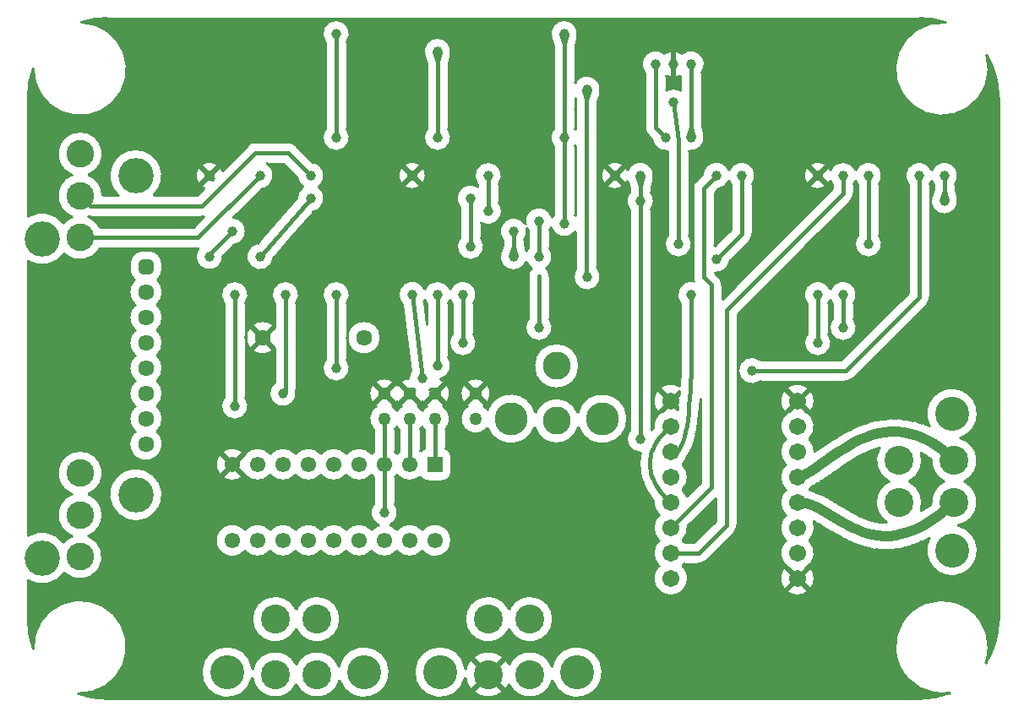
<source format=gbl>
G04 Generated by Ultiboard 12.0 *
%FSLAX25Y25*%
%MOIN*%

%ADD10C,0.00001*%
%ADD11C,0.01000*%
%ADD12C,0.01500*%
%ADD13C,0.04000*%
%ADD14C,0.10849*%
%ADD15C,0.13937*%
%ADD16C,0.11400*%
%ADD17C,0.13400*%
%ADD18C,0.03937*%
%ADD19C,0.05000*%
%ADD20C,0.06334*%
%ADD21R,0.02083X0.02083*%
%ADD22C,0.03917*%
%ADD23C,0.06102*%
%ADD24R,0.06102X0.06102*%
%ADD25C,0.06737*%
%ADD26C,0.11000*%
%ADD27C,0.13000*%


G04 ColorRGB 0000FF for the following layer *
%LNCopper Bottom*%
%LPD*%
G54D10*
G36*
X109536Y201225D02*
X109536Y201225D01*
X95814Y185444D01*
X95814Y185444D01*
X94019Y183380D01*
G75*
D01*
G03X100464Y177775I982J-5379*
G01*
X100464Y177775D01*
X107132Y185444D01*
X107132Y185444D01*
X115981Y195620D01*
G75*
D01*
G03X118107Y205500I-980J5380*
G01*
G75*
D01*
G03X115604Y215435I-3106J4500*
G01*
X115604Y215435D01*
X109023Y222016D01*
G74*
D01*
G03X106000Y223271I3024J3015*
G01*
X106000Y223271D01*
X93003Y223271D01*
G75*
D01*
G03X89980Y222020I-3J-4271*
G01*
X89980Y222020D01*
X80053Y212092D01*
G74*
D01*
G03X79204Y213497I5051J2093*
G01*
X79204Y213497D01*
X76110Y210403D01*
G74*
D01*
G03X75403Y211110I1109J402*
G01*
X75403Y211110D01*
X78497Y214204D01*
G75*
D01*
G03X71503Y214204I-3497J-4204*
G01*
X71503Y214204D01*
X74597Y211110D01*
G74*
D01*
G03X73890Y210403I402J1109*
G01*
X73890Y210403D01*
X70796Y213497D01*
G75*
D01*
G03X70796Y206503I4204J-3497*
G01*
X70796Y206503D01*
X73890Y209597D01*
G74*
D01*
G03X74597Y208890I1109J402*
G01*
X74597Y208890D01*
X71503Y205796D01*
G74*
D01*
G03X72908Y204947I3498J4202*
G01*
X72908Y204947D01*
X70231Y202271D01*
X53060Y202271D01*
G75*
D01*
G03X38940Y202271I-7060J7729*
G01*
X38940Y202271D01*
X32920Y202271D01*
G74*
D01*
G03X27360Y210268I8920J270*
G01*
G75*
D01*
G03X20640Y210268I-3360J8266*
G01*
G75*
D01*
G03X20640Y193732I3358J-8268*
G01*
G74*
D01*
G03X17308Y191369I3359J8267*
G01*
G75*
D01*
G03X3517Y193918I-8308J-6368*
G01*
X3517Y193918D01*
X3517Y241053D01*
G75*
D01*
G03X3533Y241385I-3516J336*
G01*
G74*
D01*
G02X5501Y252197I30672J2*
G01*
G75*
D01*
G03X24531Y270492I18499J-197*
G01*
G75*
D01*
G02X34205Y272058I9675J-29106*
G01*
G74*
D01*
G03X34537Y272074I4J3533*
G01*
X34537Y272074D01*
X355227Y272074D01*
G75*
D01*
G03X355559Y272058I336J3516*
G01*
G74*
D01*
G02X365359Y270450I1J30673*
G01*
G75*
D01*
G03X381670Y257479I-1358J-18449*
G01*
G74*
D01*
G02X386231Y241385I26111J16093*
G01*
G75*
D01*
G03X386247Y241053I3533J4*
G01*
X386247Y241053D01*
X386247Y34537D01*
G74*
D01*
G03X386231Y34205I3516J336*
G01*
G75*
D01*
G02X381371Y17636I-30672J-1*
G01*
G75*
D01*
G03X366994Y5744I-17371J6364*
G01*
G74*
D01*
G02X355559Y3533I11434J28461*
G01*
G75*
D01*
G03X355227Y3517I4J-3533*
G01*
X355227Y3517D01*
X34537Y3517D01*
G74*
D01*
G03X34205Y3533I336J3516*
G01*
G75*
D01*
G02X23368Y5511I-1J30672*
G01*
G75*
D01*
G03X5511Y23368I631J18488*
G01*
G75*
D01*
G02X3533Y34205I28694J10836*
G01*
G74*
D01*
G03X3517Y34537I3533J4*
G01*
X3517Y34537D01*
X3517Y50082D01*
G75*
D01*
G03X17686Y53157I5483J8917*
G01*
G75*
D01*
G03X27360Y67732I6316J6306*
G01*
G75*
D01*
G03X27360Y84268I-3358J8268*
G01*
G75*
D01*
G03X20640Y84268I-3360J8266*
G01*
G75*
D01*
G03X20640Y67732I3358J-8268*
G01*
G74*
D01*
G03X17308Y65369I3359J8267*
G01*
G75*
D01*
G03X3517Y67918I-8308J-6368*
G01*
X3517Y67918D01*
X3517Y176082D01*
G75*
D01*
G03X17686Y179157I5483J8917*
G01*
G75*
D01*
G03X31836Y181194I6313J6308*
G01*
X31836Y181194D01*
X70465Y181194D01*
G74*
D01*
G03X70562Y181195I4J4271*
G01*
G75*
D01*
G03X80453Y178413I4439J-3194*
G01*
X80453Y178413D01*
X84604Y182565D01*
G75*
D01*
G03X84486Y193447I-598J5435*
G01*
X84486Y193447D01*
X95604Y204565D01*
G75*
D01*
G03X97745Y214729I-603J5435*
G01*
X97745Y214729D01*
X104231Y214729D01*
X109565Y209395D01*
G74*
D01*
G03X111893Y205500I5434J605*
G01*
G74*
D01*
G03X109536Y201225I3106J4500*
G01*
D02*
G37*
%LPC*%
G36*
X283271Y72000D02*
X283271Y72000D01*
X283271Y155281D01*
X313433Y185444D01*
X313433Y185444D01*
X328016Y200027D01*
G75*
D01*
G03X329271Y203050I-3015J3024*
G01*
X329271Y203050D01*
X329271Y206584D01*
G74*
D01*
G03X330000Y207785I4272J3415*
G01*
G74*
D01*
G03X330729Y206584I5000J2213*
G01*
X330729Y206584D01*
X330729Y186416D01*
G75*
D01*
G03X339271Y186416I4271J-3416*
G01*
X339271Y186416D01*
X339271Y206584D01*
G75*
D01*
G03X330000Y212215I-4270J3417*
G01*
G75*
D01*
G03X320000Y212215I-5000J-2213*
G01*
G74*
D01*
G03X319204Y213497I4999J2216*
G01*
X319204Y213497D01*
X316110Y210403D01*
G74*
D01*
G03X315403Y211110I1109J402*
G01*
X315403Y211110D01*
X318497Y214204D01*
G75*
D01*
G03X311503Y214204I-3497J-4204*
G01*
X311503Y214204D01*
X314597Y211110D01*
G74*
D01*
G03X313890Y210403I402J1109*
G01*
X313890Y210403D01*
X310796Y213497D01*
G75*
D01*
G03X310796Y206503I4204J-3497*
G01*
X310796Y206503D01*
X313890Y209597D01*
G74*
D01*
G03X314597Y208890I1109J402*
G01*
X314597Y208890D01*
X311503Y205796D01*
G75*
D01*
G03X318497Y205796I3497J4204*
G01*
X318497Y205796D01*
X315403Y208890D01*
G74*
D01*
G03X316110Y209597I402J1109*
G01*
X316110Y209597D01*
X319204Y206503D01*
G74*
D01*
G03X320000Y207785I4203J3498*
G01*
G74*
D01*
G03X320729Y206584I5000J2213*
G01*
X320729Y206584D01*
X320729Y204819D01*
X277271Y161360D01*
X277271Y167000D01*
G74*
D01*
G03X276016Y170023I4271J1*
G01*
X276016Y170023D01*
X274484Y171556D01*
G75*
D01*
G03X280435Y176396I516J5444*
G01*
X280435Y176396D01*
X288016Y183977D01*
G75*
D01*
G03X289271Y187000I-3015J3024*
G01*
X289271Y187000D01*
X289271Y206584D01*
G75*
D01*
G03X280000Y212215I-4270J3417*
G01*
G75*
D01*
G03X269565Y210605I-5000J-2213*
G01*
X269565Y210605D01*
X266980Y208020D01*
G75*
D01*
G03X265729Y204993I3019J-3020*
G01*
X265729Y204993D01*
X265729Y170005D01*
G75*
D01*
G03X266054Y168366I4271J-5*
G01*
G75*
D01*
G03X260766Y159539I-1055J-5365*
G01*
X260766Y159539D01*
X260779Y158696D01*
X260779Y158696D01*
X260779Y158696D01*
X260807Y156716D01*
X260836Y154497D01*
X260862Y152074D01*
X260882Y149470D01*
X260892Y146711D01*
X260889Y143827D01*
X260869Y140845D01*
X260829Y137793D01*
X260766Y134698D01*
X260676Y131590D01*
X260557Y128496D01*
X260478Y126923D01*
G75*
D01*
G03X252510Y126197I-3477J-5923*
G01*
X252510Y126197D01*
X256007Y122700D01*
G74*
D01*
G03X255300Y121993I992J1699*
G01*
X255300Y121993D01*
X251803Y125490D01*
G75*
D01*
G03X251803Y116510I5196J-4490*
G01*
X251803Y116510D01*
X255300Y120007D01*
G74*
D01*
G03X256007Y119300I1699J992*
G01*
X256007Y119300D01*
X253767Y117060D01*
G75*
D01*
G03X250146Y110551I3232J-6060*
G01*
X250146Y110551D01*
X249933Y110319D01*
G74*
D01*
G03X249760Y110119I3141J2892*
G01*
X249760Y110119D01*
X249271Y109517D01*
X249271Y196584D01*
G75*
D01*
G03X249271Y203416I-4271J3416*
G01*
X249271Y203416D01*
X249271Y205360D01*
X250222Y208309D01*
G74*
D01*
G03X250407Y209184I4062J1316*
G01*
G75*
D01*
G03X240000Y212215I-5406J819*
G01*
G74*
D01*
G03X239204Y213497I4999J2216*
G01*
X239204Y213497D01*
X236110Y210403D01*
G74*
D01*
G03X235403Y211110I1109J402*
G01*
X235403Y211110D01*
X238497Y214204D01*
G75*
D01*
G03X231503Y214204I-3497J-4204*
G01*
X231503Y214204D01*
X234597Y211110D01*
G74*
D01*
G03X233890Y210403I402J1109*
G01*
X233890Y210403D01*
X230796Y213497D01*
G75*
D01*
G03X230796Y206503I4204J-3497*
G01*
X230796Y206503D01*
X233890Y209597D01*
G74*
D01*
G03X234597Y208890I1109J402*
G01*
X234597Y208890D01*
X231503Y205796D01*
G75*
D01*
G03X238497Y205796I3497J4204*
G01*
X238497Y205796D01*
X235403Y208890D01*
G74*
D01*
G03X236110Y209597I402J1109*
G01*
X236110Y209597D01*
X239204Y206503D01*
G74*
D01*
G03X239969Y207717I4204J3497*
G01*
X239969Y207717D01*
X240729Y205360D01*
X240729Y203416D01*
G75*
D01*
G03X240729Y196584I4271J-3416*
G01*
X240729Y196584D01*
X240729Y109416D01*
G75*
D01*
G03X244927Y100532I4271J-3415*
G01*
X244927Y100532D01*
X244821Y100039D01*
G74*
D01*
G03X244767Y99737I4174J902*
G01*
X244767Y99737D01*
X244611Y98641D01*
G74*
D01*
G03X244578Y98339I4225J614*
G01*
X244578Y98339D01*
X244500Y97232D01*
G75*
D01*
G03X244489Y96925I4259J-306*
G01*
X244489Y96925D01*
X244489Y95824D01*
G75*
D01*
G03X244500Y95519I4271J1*
G01*
X244500Y95519D01*
X244578Y94404D01*
G74*
D01*
G03X244610Y94107I4259J309*
G01*
X244610Y94107D01*
X244766Y92998D01*
G74*
D01*
G03X244817Y92705I4230J585*
G01*
X244817Y92705D01*
X245052Y91594D01*
G74*
D01*
G03X245122Y91313I4177J891*
G01*
X245122Y91313D01*
X245223Y90956D01*
X245223Y90956D01*
X245436Y90205D01*
G74*
D01*
G03X245522Y89935I4109J1160*
G01*
X245522Y89935D01*
X245914Y88834D01*
G74*
D01*
G03X246015Y88577I4023J1432*
G01*
X246015Y88577D01*
X246485Y87484D01*
G74*
D01*
G03X246602Y87236I3919J1697*
G01*
X246602Y87236D01*
X247147Y86162D01*
G74*
D01*
G03X247274Y85928I3815J1919*
G01*
X247274Y85928D01*
X247902Y84858D01*
G74*
D01*
G03X248039Y84641I3678J2170*
G01*
X248039Y84641D01*
X248743Y83589D01*
G74*
D01*
G03X248887Y83387I3547J2377*
G01*
X248887Y83387D01*
X249669Y82354D01*
G74*
D01*
G03X249820Y82166I3403J2579*
G01*
X249820Y82166D01*
X250173Y81750D01*
G75*
D01*
G03X252291Y76000I6827J-750*
G01*
G75*
D01*
G03X252291Y66000I4708J-5000*
G01*
G75*
D01*
G03X252291Y56000I4708J-5000*
G01*
G75*
D01*
G03X261709Y56000I4709J-4999*
G01*
G74*
D01*
G03X262379Y56729I4709J5000*
G01*
X262379Y56729D01*
X268000Y56729D01*
G74*
D01*
G03X271023Y57984I1J4271*
G01*
X271023Y57984D01*
X279932Y66893D01*
X279932Y66893D01*
X282016Y68977D01*
G75*
D01*
G03X283271Y72000I-3015J3024*
G01*
D02*
G37*
G36*
X359271Y206584D02*
G74*
D01*
G03X360000Y207785I4272J3415*
G01*
G74*
D01*
G03X360729Y206584I5000J2213*
G01*
X360729Y206584D01*
X360729Y204640D01*
X359776Y201685D01*
G74*
D01*
G03X359593Y200816I4064J1310*
G01*
G75*
D01*
G03X370407Y200816I5407J-814*
G01*
G74*
D01*
G03X370222Y201691I4246J441*
G01*
X370222Y201691D01*
X369271Y204640D01*
X369271Y206584D01*
G75*
D01*
G03X360000Y212215I-4270J3417*
G01*
G75*
D01*
G03X350729Y206584I-4997J-2221*
G01*
X350729Y206584D01*
X350729Y163769D01*
X324231Y137271D01*
X292416Y137271D01*
G75*
D01*
G03X292416Y128729I-3416J-4271*
G01*
X292416Y128729D01*
X325997Y128729D01*
G75*
D01*
G03X327002Y128849I0J4271*
G01*
G74*
D01*
G03X329023Y129984I1002J4151*
G01*
X329023Y129984D01*
X358016Y158977D01*
G75*
D01*
G03X359271Y162000I-3015J3024*
G01*
X359271Y162000D01*
X359271Y206584D01*
D02*
G37*
G36*
X371353Y106367D02*
G75*
D01*
G03X358961Y111274I-3353J9632*
G01*
X358961Y111274D01*
X356677Y112243D01*
G74*
D01*
G03X356160Y112433I2162J5085*
G01*
X356160Y112433D01*
X353428Y113285D01*
G74*
D01*
G03X352887Y113424I1644J5276*
G01*
X352887Y113424D01*
X350211Y113971D01*
G74*
D01*
G03X349660Y114055I1107J5414*
G01*
X349660Y114055D01*
X347036Y114321D01*
G74*
D01*
G03X346491Y114349I556J5499*
G01*
X346491Y114349D01*
X343932Y114357D01*
G75*
D01*
G03X343413Y114334I-15J-5527*
G01*
X343413Y114334D01*
X340902Y114108D01*
G74*
D01*
G03X340424Y114044I494J5504*
G01*
X340424Y114044D01*
X337981Y113607D01*
G74*
D01*
G03X337550Y113513I961J5442*
G01*
X337550Y113513D01*
X335160Y112888D01*
G74*
D01*
G03X334781Y112774I1401J5345*
G01*
X334781Y112774D01*
X332456Y111986D01*
G74*
D01*
G03X332126Y111862I1778J5232*
G01*
X332126Y111862D01*
X329869Y110935D01*
G74*
D01*
G03X329591Y110812I2096J5113*
G01*
X329591Y110812D01*
X327398Y109767D01*
G74*
D01*
G03X327163Y109647I2395J4981*
G01*
X327163Y109647D01*
X325038Y108509D01*
G74*
D01*
G03X324844Y108400I2610J4872*
G01*
X324844Y108400D01*
X322787Y107190D01*
G74*
D01*
G03X322630Y107094I2804J4762*
G01*
X322630Y107094D01*
X320652Y105843D01*
G74*
D01*
G03X320529Y105763I2951J4672*
G01*
X320529Y105763D01*
X318618Y104484D01*
G74*
D01*
G03X318528Y104423I3056J4605*
G01*
X318528Y104423D01*
X316701Y103150D01*
G74*
D01*
G03X316645Y103111I3129J4553*
G01*
X316645Y103111D01*
X314886Y101856D01*
G74*
D01*
G03X314870Y101845I3123J4559*
G01*
X314870Y101845D01*
X313867Y101125D01*
G74*
D01*
G03X311709Y106000I6867J125*
G01*
G75*
D01*
G03X310233Y117060I-4708J5000*
G01*
X310233Y117060D01*
X307993Y119300D01*
G74*
D01*
G03X308700Y120007I992J1699*
G01*
X308700Y120007D01*
X312197Y116510D01*
G75*
D01*
G03X312197Y125490I-5196J4490*
G01*
X312197Y125490D01*
X308700Y121993D01*
G74*
D01*
G03X307993Y122700I1699J992*
G01*
X307993Y122700D01*
X311490Y126197D01*
G75*
D01*
G03X302510Y126197I-4490J-5196*
G01*
X302510Y126197D01*
X306007Y122700D01*
G74*
D01*
G03X305300Y121993I992J1699*
G01*
X305300Y121993D01*
X301803Y125490D01*
G75*
D01*
G03X301803Y116510I5196J-4490*
G01*
X301803Y116510D01*
X305300Y120007D01*
G74*
D01*
G03X306007Y119300I1699J992*
G01*
X306007Y119300D01*
X303767Y117060D01*
G75*
D01*
G03X302291Y106000I3232J-6060*
G01*
G75*
D01*
G03X302291Y96000I4708J-5000*
G01*
G75*
D01*
G03X302291Y86000I4708J-5000*
G01*
G75*
D01*
G03X302291Y76000I4708J-5000*
G01*
G75*
D01*
G03X302291Y66000I4708J-5000*
G01*
G75*
D01*
G03X303767Y54940I4708J-5000*
G01*
X303767Y54940D01*
X306007Y52700D01*
G74*
D01*
G03X305300Y51993I992J1699*
G01*
X305300Y51993D01*
X301803Y55490D01*
G75*
D01*
G03X301803Y46510I5196J-4490*
G01*
X301803Y46510D01*
X305300Y50007D01*
G74*
D01*
G03X306007Y49300I1699J992*
G01*
X306007Y49300D01*
X302510Y45803D01*
G75*
D01*
G03X311490Y45803I4490J5196*
G01*
X311490Y45803D01*
X307993Y49300D01*
G74*
D01*
G03X308700Y50007I992J1699*
G01*
X308700Y50007D01*
X312197Y46510D01*
G75*
D01*
G03X312197Y55490I-5196J4490*
G01*
X312197Y55490D01*
X308700Y51993D01*
G74*
D01*
G03X307993Y52700I1699J992*
G01*
X307993Y52700D01*
X310233Y54940D01*
G75*
D01*
G03X311709Y66000I-3232J6060*
G01*
G75*
D01*
G03X313418Y73446I-4709J5000*
G01*
X313418Y73446D01*
X314118Y73083D01*
X315615Y72239D01*
X317192Y71302D01*
X318845Y70298D01*
G74*
D01*
G03X318856Y70292I2652J4848*
G01*
X318856Y70292D01*
X320555Y69263D01*
G74*
D01*
G03X320615Y69227I2874J4721*
G01*
X320615Y69227D01*
X322353Y68203D01*
G74*
D01*
G03X322464Y68139I2816J4756*
G01*
X322464Y68139D01*
X324246Y67143D01*
G74*
D01*
G03X324409Y67055I2706J4818*
G01*
X324409Y67055D01*
X326234Y66112D01*
G74*
D01*
G03X326453Y66005I2535J4911*
G01*
X326453Y66005D01*
X328323Y65138D01*
G74*
D01*
G03X328599Y65020I2310J5021*
G01*
X328599Y65020D01*
X330536Y64245D01*
G74*
D01*
G03X330866Y64125I2053J5131*
G01*
X330866Y64125D01*
X332865Y63468D01*
G74*
D01*
G03X333253Y63356I1726J5250*
G01*
X333253Y63356D01*
X335319Y62840D01*
G74*
D01*
G03X335762Y62749I1332J5363*
G01*
X335762Y62749D01*
X337899Y62396D01*
G74*
D01*
G03X338381Y62338I901J5452*
G01*
X338381Y62338D01*
X340600Y62168D01*
G75*
D01*
G03X341114Y62153I418J5510*
G01*
X341114Y62153D01*
X343423Y62189D01*
G74*
D01*
G03X343944Y62222I88J5525*
G01*
X343944Y62222D01*
X346343Y62488D01*
G74*
D01*
G03X346857Y62569I602J5493*
G01*
X346857Y62569D01*
X349352Y63086D01*
G74*
D01*
G03X349843Y63211I1116J5412*
G01*
X349843Y63211D01*
X352436Y63999D01*
G74*
D01*
G03X352887Y64157I1600J5288*
G01*
X352887Y64157D01*
X355593Y65241D01*
G74*
D01*
G03X355999Y65423I2056J5129*
G01*
X355999Y65423D01*
X358819Y66824D01*
G74*
D01*
G03X359093Y66970I2461J4949*
G01*
G75*
D01*
G03X370377Y71919I8907J-4969*
G01*
G75*
D01*
G03X372972Y89250I-1476J9081*
G01*
G75*
D01*
G03X371353Y106367I-4072J8250*
G01*
D02*
G37*
G36*
X255729Y186416D02*
G75*
D01*
G03X264271Y186416I4271J-3416*
G01*
X264271Y186416D01*
X264271Y219580D01*
G75*
D01*
G03X270407Y225816I729J5419*
G01*
G74*
D01*
G03X270222Y226691I4246J441*
G01*
X270222Y226691D01*
X269271Y229640D01*
X269271Y250584D01*
G75*
D01*
G03X261500Y258202I-4272J3415*
G01*
G74*
D01*
G03X258500Y259446I3500J4201*
G01*
X258500Y259446D01*
X258500Y255070D01*
G75*
D01*
G03X257500Y255070I-500J-1070*
G01*
X257500Y255070D01*
X257500Y259446D01*
G74*
D01*
G03X254500Y258202I500J5445*
G01*
G75*
D01*
G03X246729Y250584I-3506J-4196*
G01*
X246729Y250584D01*
X246729Y229005D01*
G75*
D01*
G03X247980Y225980I4271J-5*
G01*
X247980Y225980D01*
X249565Y224395D01*
G75*
D01*
G03X255729Y219580I5435J604*
G01*
X255729Y219580D01*
X255729Y186416D01*
D02*
G37*
G36*
X203668Y116554D02*
G75*
D01*
G03X184714Y117712I-9668J-2551*
G01*
G74*
D01*
G03X183317Y119000I4714J3712*
G01*
G74*
D01*
G03X183874Y119419I3322J4996*
G01*
X183874Y119419D01*
X180832Y122461D01*
G74*
D01*
G03X181539Y123168I832J1539*
G01*
X181539Y123168D01*
X184581Y120126D01*
G75*
D01*
G03X184581Y127874I-4580J3874*
G01*
X184581Y127874D01*
X181539Y124832D01*
G74*
D01*
G03X180832Y125539I1539J832*
G01*
X180832Y125539D01*
X183874Y128581D01*
G75*
D01*
G03X176126Y128581I-3874J-4580*
G01*
X176126Y128581D01*
X179168Y125539D01*
G74*
D01*
G03X178461Y124832I832J1539*
G01*
X178461Y124832D01*
X175419Y127874D01*
G75*
D01*
G03X175419Y120126I4580J-3874*
G01*
X175419Y120126D01*
X178461Y123168D01*
G74*
D01*
G03X179168Y122461I1539J832*
G01*
X179168Y122461D01*
X176126Y119419D01*
G74*
D01*
G03X176683Y119000I3879J4576*
G01*
G75*
D01*
G03X184714Y110288I3318J-4999*
G01*
G75*
D01*
G03X203385Y110547I9286J3711*
G01*
G75*
D01*
G03X220615Y110547I8615J2601*
G01*
G75*
D01*
G03X220332Y116554I9385J3452*
G01*
G75*
D01*
G03X203668Y116554I-8332J-3403*
G01*
D02*
G37*
G36*
X209271Y181416D02*
X209271Y181416D01*
X209271Y188584D01*
G74*
D01*
G03X209785Y189353I4274J3413*
G01*
G75*
D01*
G03X219391Y187740I5215J1645*
G01*
X219391Y187740D01*
X219391Y172943D01*
G75*
D01*
G03X227932Y173801I4609J-2942*
G01*
X227932Y173801D01*
X227932Y235910D01*
X228071Y239183D01*
X229148Y242094D01*
G74*
D01*
G03X229368Y242956I4005J1481*
G01*
G75*
D01*
G03X219271Y246745I-5367J1045*
G01*
X219271Y246745D01*
X219271Y261360D01*
X220222Y264309D01*
G74*
D01*
G03X220407Y265184I4062J1316*
G01*
G75*
D01*
G03X209593Y265184I-5407J814*
G01*
G74*
D01*
G03X209776Y264315I4246J440*
G01*
X209776Y264315D01*
X210729Y261360D01*
X210729Y228416D01*
G75*
D01*
G03X210729Y221584I4271J-3416*
G01*
X210729Y221584D01*
X210729Y194416D01*
G74*
D01*
G03X210215Y193647I4274J3413*
G01*
G75*
D01*
G03X199647Y190883I-5218J-1635*
G01*
G75*
D01*
G03X190729Y184584I-4639J-2895*
G01*
X190729Y184584D01*
X190729Y182640D01*
X189776Y179685D01*
G74*
D01*
G03X189593Y178816I4064J1310*
G01*
G75*
D01*
G03X200000Y175785I5406J-819*
G01*
G74*
D01*
G03X202031Y173408I4999J2215*
G01*
G74*
D01*
G03X200729Y170339I2968J3070*
G01*
X200729Y170339D01*
X200729Y153416D01*
G75*
D01*
G03X209271Y153416I4271J-3416*
G01*
X209271Y153416D01*
X209271Y170339D01*
G74*
D01*
G03X207969Y173408I4271J1*
G01*
G75*
D01*
G03X209271Y181416I-2968J4592*
G01*
D02*
G37*
G36*
X148271Y80416D02*
X148271Y80416D01*
X148271Y91032D01*
G74*
D01*
G03X149000Y91767I4272J4966*
G01*
G75*
D01*
G03X158098Y90889I5000J4233*
G01*
G75*
D01*
G03X160949Y89432I2851J2060*
G01*
X160949Y89432D01*
X167051Y89432D01*
G75*
D01*
G03X170568Y92949I0J3517*
G01*
X170568Y92949D01*
X170568Y99051D01*
G74*
D01*
G03X168271Y102350I3517J0*
G01*
X168271Y102350D01*
X168271Y109785D01*
G75*
D01*
G03X167317Y119000I-4270J4215*
G01*
G74*
D01*
G03X167874Y119419I3322J4996*
G01*
X167874Y119419D01*
X164832Y122461D01*
G74*
D01*
G03X165539Y123168I832J1539*
G01*
X165539Y123168D01*
X168581Y120126D01*
G75*
D01*
G03X168581Y127874I-4580J3874*
G01*
X168581Y127874D01*
X165539Y124832D01*
G74*
D01*
G03X164832Y125539I1539J832*
G01*
X164832Y125539D01*
X167874Y128581D01*
G74*
D01*
G03X166060Y129635I3874J4580*
G01*
G75*
D01*
G03X169271Y138416I-1058J5365*
G01*
X169271Y138416D01*
X169271Y159584D01*
G74*
D01*
G03X170000Y160785I4272J3415*
G01*
G74*
D01*
G03X170729Y159584I5000J2213*
G01*
X170729Y159584D01*
X170729Y147416D01*
G75*
D01*
G03X179271Y147416I4271J-3416*
G01*
X179271Y147416D01*
X179271Y159584D01*
G75*
D01*
G03X170000Y165215I-4270J3417*
G01*
G75*
D01*
G03X160000Y165215I-5000J-2213*
G01*
G75*
D01*
G03X151171Y159095I-4998J-2219*
G01*
X151171Y159095D01*
X154349Y132877D01*
G75*
D01*
G03X153532Y129982I4651J-2875*
G01*
G74*
D01*
G03X150126Y128581I469J5982*
G01*
X150126Y128581D01*
X153168Y125539D01*
G74*
D01*
G03X152461Y124832I832J1539*
G01*
X152461Y124832D01*
X149419Y127874D01*
G74*
D01*
G03X149000Y127317I4576J3879*
G01*
G74*
D01*
G03X148581Y127874I4996J3322*
G01*
X148581Y127874D01*
X145539Y124832D01*
G74*
D01*
G03X144832Y125539I1539J832*
G01*
X144832Y125539D01*
X147874Y128581D01*
G75*
D01*
G03X140126Y128581I-3874J-4580*
G01*
X140126Y128581D01*
X143168Y125539D01*
G74*
D01*
G03X142461Y124832I832J1539*
G01*
X142461Y124832D01*
X139419Y127874D01*
G75*
D01*
G03X139419Y120126I4580J-3874*
G01*
X139419Y120126D01*
X142461Y123168D01*
G74*
D01*
G03X143168Y122461I1539J832*
G01*
X143168Y122461D01*
X140126Y119419D01*
G74*
D01*
G03X140683Y119000I3879J4576*
G01*
G75*
D01*
G03X139729Y109785I3316J-5000*
G01*
X139729Y109785D01*
X139729Y100968D01*
G74*
D01*
G03X139000Y100233I4272J4966*
G01*
G75*
D01*
G03X129000Y100233I-5000J-4233*
G01*
G75*
D01*
G03X119000Y100233I-5000J-4233*
G01*
G75*
D01*
G03X109000Y100233I-5000J-4233*
G01*
G75*
D01*
G03X99000Y100233I-5000J-4233*
G01*
G75*
D01*
G03X89000Y100233I-5000J-4233*
G01*
G74*
D01*
G03X88972Y100265I4944J4298*
G01*
X88972Y100265D01*
X85110Y96403D01*
G74*
D01*
G03X84403Y97110I1109J402*
G01*
X84403Y97110D01*
X88265Y100972D01*
G75*
D01*
G03X79735Y100972I-4265J-4971*
G01*
X79735Y100972D01*
X83597Y97110D01*
G74*
D01*
G03X82890Y96403I402J1109*
G01*
X82890Y96403D01*
X79028Y100265D01*
G75*
D01*
G03X79028Y91735I4971J-4265*
G01*
X79028Y91735D01*
X82890Y95597D01*
G74*
D01*
G03X83597Y94890I1109J402*
G01*
X83597Y94890D01*
X79735Y91028D01*
G75*
D01*
G03X88265Y91028I4265J4971*
G01*
X88265Y91028D01*
X84403Y94890D01*
G74*
D01*
G03X85110Y95597I402J1109*
G01*
X85110Y95597D01*
X88972Y91735D01*
G74*
D01*
G03X89000Y91767I4915J4329*
G01*
G75*
D01*
G03X99000Y91767I5000J4233*
G01*
G75*
D01*
G03X109000Y91767I5000J4233*
G01*
G75*
D01*
G03X119000Y91767I5000J4233*
G01*
G75*
D01*
G03X129000Y91767I5000J4233*
G01*
G75*
D01*
G03X139000Y91767I5000J4233*
G01*
G74*
D01*
G03X139729Y91032I5001J4231*
G01*
X139729Y91032D01*
X139729Y80416D01*
G75*
D01*
G03X141589Y72092I4271J-3415*
G01*
G74*
D01*
G03X139000Y70233I2412J6091*
G01*
G75*
D01*
G03X129000Y70233I-5000J-4233*
G01*
G75*
D01*
G03X119000Y70233I-5000J-4233*
G01*
G75*
D01*
G03X109000Y70233I-5000J-4233*
G01*
G75*
D01*
G03X99000Y70233I-5000J-4233*
G01*
G75*
D01*
G03X89000Y70233I-5000J-4233*
G01*
G75*
D01*
G03X89000Y61767I-5000J-4233*
G01*
G75*
D01*
G03X99000Y61767I5000J4233*
G01*
G75*
D01*
G03X109000Y61767I5000J4233*
G01*
G75*
D01*
G03X119000Y61767I5000J4233*
G01*
G75*
D01*
G03X129000Y61767I5000J4233*
G01*
G75*
D01*
G03X139000Y61767I5000J4233*
G01*
G75*
D01*
G03X149000Y61767I5000J4233*
G01*
G75*
D01*
G03X159000Y61767I5000J4233*
G01*
G75*
D01*
G03X159000Y70233I5000J4233*
G01*
G75*
D01*
G03X149000Y70233I-5000J-4233*
G01*
G74*
D01*
G03X146411Y72092I5001J4232*
G01*
G75*
D01*
G03X148271Y80416I-2410J4908*
G01*
D02*
G37*
G36*
X38176Y90956D02*
G75*
D01*
G03X38176Y90956I7824J-6956*
G01*
D02*
G37*
G36*
X92099Y15428D02*
G75*
D01*
G03X91919Y11623I-10098J-1429*
G01*
G75*
D01*
G03X109250Y9028I9081J1476*
G01*
G75*
D01*
G03X126367Y10647I8250J4072*
G01*
G75*
D01*
G03X126087Y16402I9632J3353*
G01*
G75*
D01*
G03X109250Y17172I-8587J-3299*
G01*
G75*
D01*
G03X92099Y15428I-8250J-4071*
G01*
D02*
G37*
G36*
X182271Y191261D02*
G75*
D01*
G03X189271Y199416I2733J4736*
G01*
X189271Y199416D01*
X189271Y206584D01*
G75*
D01*
G03X180729Y206584I-4271J3416*
G01*
X180729Y206584D01*
X180729Y205739D01*
G75*
D01*
G03X173729Y197584I-2733J-4736*
G01*
X173729Y197584D01*
X173729Y185416D01*
G75*
D01*
G03X182271Y185416I4271J-3416*
G01*
X182271Y185416D01*
X182271Y191261D01*
D02*
G37*
G36*
X178858Y6251D02*
G75*
D01*
G03X191142Y6251I6142J6848*
G01*
X191142Y6251D01*
X186738Y10655D01*
G74*
D01*
G03X187445Y11362I1737J2444*
G01*
X187445Y11362D01*
X191849Y6958D01*
G74*
D01*
G03X193250Y9028I6847J6143*
G01*
G75*
D01*
G03X210367Y10647I8250J4072*
G01*
G75*
D01*
G03X210087Y16402I9632J3353*
G01*
G75*
D01*
G03X193250Y17172I-8587J-3299*
G01*
G74*
D01*
G03X191849Y19242I8249J4074*
G01*
X191849Y19242D01*
X187445Y14838D01*
G74*
D01*
G03X186738Y15545I2444J1737*
G01*
X186738Y15545D01*
X191142Y19949D01*
G75*
D01*
G03X178858Y19949I-6142J-6848*
G01*
X178858Y19949D01*
X183262Y15545D01*
G74*
D01*
G03X182555Y14838I1737J2444*
G01*
X182555Y14838D01*
X178151Y19242D01*
G74*
D01*
G03X176099Y15428I6847J6143*
G01*
G75*
D01*
G03X175919Y11623I-10098J-1429*
G01*
G74*
D01*
G03X178151Y6958I9080J1478*
G01*
X178151Y6958D01*
X182555Y11362D01*
G74*
D01*
G03X183262Y10655I2444J1737*
G01*
X183262Y10655D01*
X178858Y6251D01*
D02*
G37*
G36*
X193250Y38972D02*
G75*
D01*
G03X193250Y30828I-8250J-4072*
G01*
G75*
D01*
G03X193250Y38972I8250J4072*
G01*
D02*
G37*
G36*
X94461Y146832D02*
X94461Y146832D01*
X90956Y150337D01*
X90956Y150337D01*
X90945Y150347D01*
G75*
D01*
G03X90945Y141653I5055J-4347*
G01*
X90945Y141653D01*
X90956Y141663D01*
X90956Y141663D01*
X94461Y145168D01*
G74*
D01*
G03X95168Y144461I1539J832*
G01*
X95168Y144461D01*
X91653Y140945D01*
G75*
D01*
G03X100347Y140945I4347J5055*
G01*
X100347Y140945D01*
X96832Y144461D01*
G74*
D01*
G03X97539Y145168I832J1539*
G01*
X97539Y145168D01*
X100729Y141978D01*
X100729Y128383D01*
G75*
D01*
G03X109271Y125458I3271J-4383*
G01*
X109271Y125458D01*
X109271Y159584D01*
G75*
D01*
G03X100729Y159584I-4271J3416*
G01*
X100729Y159584D01*
X100729Y150022D01*
X97539Y146832D01*
G74*
D01*
G03X96832Y147539I1539J832*
G01*
X96832Y147539D01*
X100347Y151055D01*
G75*
D01*
G03X91653Y151055I-4347J-5055*
G01*
X91653Y151055D01*
X95168Y147539D01*
G74*
D01*
G03X94461Y146832I832J1539*
G01*
D02*
G37*
G36*
X203000Y134850D02*
G75*
D01*
G03X203000Y134850I9000J0*
G01*
D02*
G37*
G36*
X154597Y211110D02*
G74*
D01*
G03X153890Y210403I402J1109*
G01*
X153890Y210403D01*
X150796Y213497D01*
G75*
D01*
G03X150796Y206503I4204J-3497*
G01*
X150796Y206503D01*
X153890Y209597D01*
G74*
D01*
G03X154597Y208890I1109J402*
G01*
X154597Y208890D01*
X151503Y205796D01*
G75*
D01*
G03X158497Y205796I3497J4204*
G01*
X158497Y205796D01*
X155403Y208890D01*
G74*
D01*
G03X156110Y209597I402J1109*
G01*
X156110Y209597D01*
X159204Y206503D01*
G75*
D01*
G03X159204Y213497I-4204J3497*
G01*
X159204Y213497D01*
X156110Y210403D01*
G74*
D01*
G03X155403Y211110I1109J402*
G01*
X155403Y211110D01*
X158497Y214204D01*
G75*
D01*
G03X151503Y214204I-3497J-4204*
G01*
X151503Y214204D01*
X154597Y211110D01*
D02*
G37*
G36*
X120729Y262584D02*
X120729Y262584D01*
X120729Y228416D01*
G75*
D01*
G03X129271Y228416I4271J-3416*
G01*
X129271Y228416D01*
X129271Y262584D01*
G75*
D01*
G03X120729Y262584I-4271J3416*
G01*
D02*
G37*
G36*
X159593Y258184D02*
G74*
D01*
G03X159776Y257315I4246J440*
G01*
X159776Y257315D01*
X160729Y254360D01*
X160729Y228416D01*
G75*
D01*
G03X169271Y228416I4271J-3416*
G01*
X169271Y228416D01*
X169271Y254360D01*
X170222Y257309D01*
G74*
D01*
G03X170407Y258184I4062J1316*
G01*
G75*
D01*
G03X159593Y258184I-5407J814*
G01*
D02*
G37*
G36*
X109250Y38972D02*
G75*
D01*
G03X109250Y30828I-8250J-4072*
G01*
G75*
D01*
G03X109250Y38972I8250J4072*
G01*
D02*
G37*
G36*
X45377Y168804D02*
G75*
D01*
G03X45590Y159000I4623J-4804*
G01*
G75*
D01*
G03X45590Y149000I4409J-5000*
G01*
G75*
D01*
G03X45590Y139000I4409J-5000*
G01*
G75*
D01*
G03X45590Y129000I4409J-5000*
G01*
G75*
D01*
G03X45590Y119000I4409J-5000*
G01*
G75*
D01*
G03X45590Y109000I4409J-5000*
G01*
G75*
D01*
G03X54410Y109000I4410J-4999*
G01*
G75*
D01*
G03X54410Y119000I-4409J5000*
G01*
G75*
D01*
G03X54410Y129000I-4409J5000*
G01*
G75*
D01*
G03X54410Y139000I-4409J5000*
G01*
G75*
D01*
G03X54410Y149000I-4409J5000*
G01*
G75*
D01*
G03X54410Y159000I-4409J5000*
G01*
G75*
D01*
G03X54623Y168804I-4408J5000*
G01*
G75*
D01*
G03X56526Y172959I-3582J4154*
G01*
X56526Y172959D01*
X56526Y175042D01*
G74*
D01*
G03X51042Y180526I5484J0*
G01*
X51042Y180526D01*
X48959Y180526D01*
G75*
D01*
G03X43474Y175042I-1J-5484*
G01*
X43474Y175042D01*
X43474Y172959D01*
G75*
D01*
G03X45377Y168804I5485J-1*
G01*
D02*
G37*
G36*
X80729Y159584D02*
X80729Y159584D01*
X80729Y122416D01*
G75*
D01*
G03X89271Y122416I4271J-3416*
G01*
X89271Y122416D01*
X89271Y159584D01*
G75*
D01*
G03X80729Y159584I-4271J3416*
G01*
D02*
G37*
G36*
X329271Y153416D02*
X329271Y153416D01*
X329271Y159584D01*
G75*
D01*
G03X320000Y165215I-4270J3417*
G01*
G75*
D01*
G03X310729Y159584I-4997J-2221*
G01*
X310729Y159584D01*
X310729Y147416D01*
G75*
D01*
G03X319271Y147416I4271J-3416*
G01*
X319271Y147416D01*
X319271Y159584D01*
G74*
D01*
G03X320000Y160785I4272J3415*
G01*
G74*
D01*
G03X320729Y159584I5000J2213*
G01*
X320729Y159584D01*
X320729Y153416D01*
G75*
D01*
G03X329271Y153416I4271J-3416*
G01*
D02*
G37*
G36*
X129271Y159584D02*
G75*
D01*
G03X120729Y159584I-4271J3416*
G01*
X120729Y159584D01*
X120729Y137416D01*
G75*
D01*
G03X129271Y137416I4271J-3416*
G01*
X129271Y137416D01*
X129271Y159584D01*
D02*
G37*
G36*
X129333Y146000D02*
G75*
D01*
G03X129333Y146000I6667J0*
G01*
D02*
G37*
%LPD*%
G36*
X343028Y89250D02*
G75*
D01*
G02X339429Y102579I4072J8250*
G01*
X339429Y102579D01*
X338146Y102244D01*
X336170Y101574D01*
X334209Y100768D01*
X332268Y99843D01*
X330353Y98817D01*
X328468Y97708D01*
X326618Y96537D01*
X324807Y95326D01*
X323038Y94094D01*
X321311Y92863D01*
X319643Y91664D01*
G74*
D01*
G02X319614Y91643I3256J4465*
G01*
X319614Y91643D01*
X318646Y90956D01*
X318646Y90956D01*
X318013Y90507D01*
G74*
D01*
G02X317936Y90453I3211J4497*
G01*
X317936Y90453D01*
X316427Y89417D01*
G74*
D01*
G02X316289Y89325I3134J4552*
G01*
X316289Y89325D01*
X314855Y88401D01*
G74*
D01*
G02X314633Y88265I2997J4644*
G01*
X314633Y88265D01*
X313288Y87484D01*
G74*
D01*
G02X312944Y87301I2766J4785*
G01*
X312944Y87301D01*
X312714Y87188D01*
G74*
D01*
G02X311709Y86000I5712J3813*
G01*
G74*
D01*
G02X311799Y85914I4700J5008*
G01*
G74*
D01*
G02X311801Y85913I2471J4944*
G01*
X311801Y85913D01*
X313420Y85449D01*
G74*
D01*
G02X313857Y85303I1531J5311*
G01*
X313857Y85303D01*
X315467Y84692D01*
G74*
D01*
G02X315805Y84551I1957J5168*
G01*
X315805Y84551D01*
X317418Y83814D01*
G74*
D01*
G02X317669Y83692I2289J5029*
G01*
X317669Y83692D01*
X319292Y82851D01*
G74*
D01*
G02X319467Y82756I2548J4902*
G01*
X319467Y82756D01*
X321096Y81838D01*
G74*
D01*
G02X321205Y81774I2744J4798*
G01*
X321205Y81774D01*
X322859Y80793D01*
G74*
D01*
G02X322911Y80761I2871J4723*
G01*
X322911Y80761D01*
X324578Y79749D01*
X326255Y78733D01*
X327914Y77756D01*
X329562Y76834D01*
X331203Y75986D01*
X332841Y75227D01*
X334479Y74572D01*
X336123Y74032D01*
X337780Y73619D01*
X339464Y73340D01*
X341192Y73208D01*
X342183Y73224D01*
G75*
D01*
G02X343028Y89250I4917J7776*
G01*
D02*
G37*
G36*
X364828Y89250D02*
G75*
D01*
G02X359719Y98085I4072J8250*
G01*
X359719Y98085D01*
X357281Y99701D01*
X355795Y100505D01*
G75*
D01*
G02X351172Y89250I-8694J-3006*
G01*
G75*
D01*
G02X355735Y77826I-4072J-8250*
G01*
X355735Y77826D01*
X356329Y78178D01*
X359107Y80083D01*
X359711Y80553D01*
G75*
D01*
G02X364828Y89250I9188J448*
G01*
D02*
G37*
G36*
X261709Y96000D02*
G75*
D01*
G02X261709Y86000I-4708J-5000*
G01*
G74*
D01*
G02X263415Y83454I4709J5000*
G01*
X263415Y83454D01*
X268729Y88769D01*
X268729Y121792D01*
X268499Y118882D01*
G74*
D01*
G02X268491Y118797I4255J358*
G01*
X268491Y118797D01*
X268214Y115974D01*
G74*
D01*
G02X268203Y115876I4249J427*
G01*
X268203Y115876D01*
X267878Y113194D01*
G74*
D01*
G02X267861Y113074I4237J539*
G01*
X267861Y113074D01*
X267485Y110570D01*
G74*
D01*
G02X267459Y110415I4222J629*
G01*
X267459Y110415D01*
X267028Y108109D01*
G74*
D01*
G02X266987Y107914I4198J781*
G01*
X266987Y107914D01*
X266498Y105837D01*
G74*
D01*
G02X266428Y105578I4155J984*
G01*
X266428Y105578D01*
X265877Y103758D01*
G74*
D01*
G02X265753Y103404I4088J1233*
G01*
X265753Y103404D01*
X265139Y101872D01*
G74*
D01*
G02X264903Y101376I3966J1583*
G01*
X264903Y101376D01*
X264218Y100151D01*
G74*
D01*
G02X263736Y99458I3728J2079*
G01*
X263736Y99458D01*
X263677Y99389D01*
G74*
D01*
G02X261709Y96000I6676J1611*
G01*
D02*
G37*
G36*
X263824Y71784D02*
G75*
D01*
G02X261709Y66000I-6823J-784*
G01*
G74*
D01*
G02X262379Y65271I4709J5000*
G01*
X262379Y65271D01*
X266231Y65271D01*
X274729Y73769D01*
X274729Y82690D01*
X263824Y71784D01*
D02*
G37*
G36*
X31836Y189735D02*
X31836Y189735D01*
X68696Y189735D01*
X72758Y193797D01*
G74*
D01*
G02X72000Y193729I759J4202*
G01*
X72000Y193729D01*
X28003Y193729D01*
G75*
D01*
G02X27442Y193766I0J4271*
G01*
G74*
D01*
G02X27360Y193732I3459J8226*
G01*
G74*
D01*
G02X31836Y189735I3359J8267*
G01*
D02*
G37*
G36*
X279932Y207638D02*
X279932Y207638D01*
X279932Y207638D01*
G74*
D01*
G03X280000Y207785I4928J2369*
G01*
G74*
D01*
G03X280729Y206584I5000J2213*
G01*
X280729Y206584D01*
X280729Y188769D01*
X279932Y187972D01*
X279932Y187972D01*
X277404Y185444D01*
X277404Y185444D01*
X274395Y182435D01*
G74*
D01*
G03X274271Y182420I595J5436*
G01*
X274271Y182420D01*
X274271Y185444D01*
X274271Y185444D01*
X274271Y203231D01*
X275604Y204565D01*
G74*
D01*
G03X279932Y207638I604J5435*
G01*
D02*
G37*
G36*
X260729Y249261D02*
G74*
D01*
G02X258500Y248554I2729J4738*
G01*
X258500Y248554D01*
X258500Y252930D01*
G75*
D01*
G02X257500Y252930I-500J1070*
G01*
X257500Y252930D01*
X257500Y248554D01*
G74*
D01*
G02X255271Y249261I500J5445*
G01*
X255271Y249261D01*
X255271Y243739D01*
G75*
D01*
G02X260729Y243739I2729J-4738*
G01*
X260729Y243739D01*
X260729Y249261D01*
D02*
G37*
G36*
X149000Y120683D02*
G74*
D01*
G02X148581Y120126I4996J3322*
G01*
X148581Y120126D01*
X145539Y123168D01*
G74*
D01*
G02X144832Y122461I1539J832*
G01*
X144832Y122461D01*
X147874Y119419D01*
G74*
D01*
G02X147317Y119000I3879J4576*
G01*
G74*
D01*
G02X149000Y117317I3317J5000*
G01*
G74*
D01*
G02X150683Y119000I5000J3317*
G01*
G74*
D01*
G02X150126Y119419I3322J4996*
G01*
X150126Y119419D01*
X153168Y122461D01*
G74*
D01*
G02X152461Y123168I832J1539*
G01*
X152461Y123168D01*
X149419Y120126D01*
G74*
D01*
G02X149000Y120683I4576J3879*
G01*
D02*
G37*
G36*
X159000Y120683D02*
G74*
D01*
G02X158581Y120126I4996J3322*
G01*
X158581Y120126D01*
X155539Y123168D01*
G74*
D01*
G02X154832Y122461I1539J832*
G01*
X154832Y122461D01*
X157874Y119419D01*
G74*
D01*
G02X157317Y119000I3879J4576*
G01*
G74*
D01*
G02X159000Y117317I3317J5000*
G01*
G74*
D01*
G02X160683Y119000I5000J3317*
G01*
G74*
D01*
G02X160126Y119419I3322J4996*
G01*
X160126Y119419D01*
X163168Y122461D01*
G74*
D01*
G02X162461Y123168I832J1539*
G01*
X162461Y123168D01*
X159419Y120126D01*
G74*
D01*
G02X159000Y120683I4576J3879*
G01*
D02*
G37*
G36*
X149729Y109785D02*
G74*
D01*
G02X149000Y110683I4272J4213*
G01*
G74*
D01*
G02X148271Y109785I5001J3315*
G01*
X148271Y109785D01*
X148271Y100968D01*
G74*
D01*
G02X149000Y100233I4272J4966*
G01*
G74*
D01*
G02X149729Y100968I5001J4231*
G01*
X149729Y100968D01*
X149729Y109785D01*
D02*
G37*
G36*
X159000Y110683D02*
G74*
D01*
G02X158271Y109785I5001J3315*
G01*
X158271Y109785D01*
X158271Y101331D01*
G74*
D01*
G02X159729Y102350I2678J2280*
G01*
X159729Y102350D01*
X159729Y109785D01*
G74*
D01*
G02X159000Y110683I4272J4213*
G01*
D02*
G37*
G36*
X199271Y184584D02*
G75*
D01*
G03X200353Y189117I-4272J3415*
G01*
G74*
D01*
G03X200729Y188584I4648J2880*
G01*
X200729Y188584D01*
X200729Y181416D01*
G74*
D01*
G03X200031Y180283I4273J3414*
G01*
X200031Y180283D01*
X199271Y182640D01*
X199271Y184584D01*
D02*
G37*
G36*
X160000Y160785D02*
G74*
D01*
G02X159651Y160123I5000J2213*
G01*
X159651Y160123D01*
X160729Y151222D01*
X160729Y159584D01*
G74*
D01*
G02X160000Y160785I4272J3415*
G01*
D02*
G37*
G36*
X258700Y121993D02*
X258700Y121993D01*
X260286Y123578D01*
X260381Y125088D01*
X257993Y122700D01*
G74*
D01*
G02X258700Y121993I992J1699*
G01*
D02*
G37*
G36*
X257993Y119300D02*
X257993Y119300D01*
X259783Y117510D01*
X259909Y118798D01*
X258700Y120007D01*
G74*
D01*
G02X257993Y119300I1699J992*
G01*
D02*
G37*
G36*
X219391Y221740D02*
X219391Y221740D01*
X219391Y194260D01*
G74*
D01*
G03X219271Y194416I4393J3255*
G01*
X219271Y194416D01*
X219271Y221584D01*
G74*
D01*
G03X219391Y221740I4274J3412*
G01*
D02*
G37*
G36*
X219395Y236181D02*
G75*
D01*
G03X219391Y235994I4265J-185*
G01*
X219391Y235994D01*
X219391Y228260D01*
G74*
D01*
G03X219271Y228416I4393J3255*
G01*
X219271Y228416D01*
X219271Y240508D01*
X219537Y239544D01*
X219395Y236181D01*
D02*
G37*
G36*
X76110Y209597D02*
G74*
D01*
G02X75403Y208890I1109J402*
G01*
X75403Y208890D01*
X76127Y208166D01*
X76834Y208873D01*
X76110Y209597D01*
D02*
G37*
G36*
X155282Y125990D02*
G74*
D01*
G03X156082Y125375I3718J4009*
G01*
X156082Y125375D01*
X155539Y124832D01*
G74*
D01*
G03X154832Y125539I1539J832*
G01*
X154832Y125539D01*
X155282Y125990D01*
D02*
G37*
G36*
X161918Y125375D02*
X161918Y125375D01*
X162461Y124832D01*
G74*
D01*
G02X163168Y125539I1539J832*
G01*
X163168Y125539D01*
X162718Y125990D01*
G74*
D01*
G02X161918Y125375I3718J4009*
G01*
D02*
G37*
G54D11*
X283271Y72000D02*
X283271Y155281D01*
X313433Y185444D01*
X313433Y185444D01*
X328016Y200027D01*
G75*
D01*
G03X329271Y203050I-3015J3024*
G01*
X329271Y206584D01*
G74*
D01*
G03X330000Y207785I4272J3415*
G01*
G74*
D01*
G03X330729Y206584I5000J2213*
G01*
X330729Y186416D01*
G75*
D01*
G03X339271Y186416I4271J-3416*
G01*
X339271Y206584D01*
G75*
D01*
G03X330000Y212215I-4270J3417*
G01*
G75*
D01*
G03X320000Y212215I-5000J-2213*
G01*
G74*
D01*
G03X319204Y213497I4999J2216*
G01*
X316110Y210403D01*
G74*
D01*
G03X315403Y211110I1109J402*
G01*
X318497Y214204D01*
G75*
D01*
G03X311503Y214204I-3497J-4204*
G01*
X314597Y211110D01*
G74*
D01*
G03X313890Y210403I402J1109*
G01*
X310796Y213497D01*
G75*
D01*
G03X310796Y206503I4204J-3497*
G01*
X313890Y209597D01*
G74*
D01*
G03X314597Y208890I1109J402*
G01*
X311503Y205796D01*
G75*
D01*
G03X318497Y205796I3497J4204*
G01*
X315403Y208890D01*
G74*
D01*
G03X316110Y209597I402J1109*
G01*
X319204Y206503D01*
G74*
D01*
G03X320000Y207785I4203J3498*
G01*
G74*
D01*
G03X320729Y206584I5000J2213*
G01*
X320729Y204819D01*
X277271Y161360D01*
X277271Y167000D01*
G74*
D01*
G03X276016Y170023I4271J1*
G01*
X274484Y171556D01*
G75*
D01*
G03X280435Y176396I516J5444*
G01*
X288016Y183977D01*
G75*
D01*
G03X289271Y187000I-3015J3024*
G01*
X289271Y206584D01*
G75*
D01*
G03X280000Y212215I-4270J3417*
G01*
G75*
D01*
G03X269565Y210605I-5000J-2213*
G01*
X266980Y208020D01*
G75*
D01*
G03X265729Y204993I3019J-3020*
G01*
X265729Y170005D01*
G75*
D01*
G03X266054Y168366I4271J-5*
G01*
G75*
D01*
G03X260766Y159539I-1055J-5365*
G01*
X260779Y158696D01*
X260779Y158696D01*
X260807Y156716D01*
X260836Y154497D01*
X260862Y152074D01*
X260882Y149470D01*
X260892Y146711D01*
X260889Y143827D01*
X260869Y140845D01*
X260829Y137793D01*
X260766Y134698D01*
X260676Y131590D01*
X260557Y128496D01*
X260478Y126923D01*
G75*
D01*
G03X252510Y126197I-3477J-5923*
G01*
X256007Y122700D01*
G74*
D01*
G03X255300Y121993I992J1699*
G01*
X251803Y125490D01*
G75*
D01*
G03X251803Y116510I5196J-4490*
G01*
X255300Y120007D01*
G74*
D01*
G03X256007Y119300I1699J992*
G01*
X253767Y117060D01*
G75*
D01*
G03X250146Y110551I3232J-6060*
G01*
X249933Y110319D01*
G74*
D01*
G03X249760Y110119I3141J2892*
G01*
X249271Y109517D01*
X249271Y196584D01*
G75*
D01*
G03X249271Y203416I-4271J3416*
G01*
X249271Y205360D01*
X250222Y208309D01*
G74*
D01*
G03X250407Y209184I4062J1316*
G01*
G75*
D01*
G03X240000Y212215I-5406J819*
G01*
G74*
D01*
G03X239204Y213497I4999J2216*
G01*
X236110Y210403D01*
G74*
D01*
G03X235403Y211110I1109J402*
G01*
X238497Y214204D01*
G75*
D01*
G03X231503Y214204I-3497J-4204*
G01*
X234597Y211110D01*
G74*
D01*
G03X233890Y210403I402J1109*
G01*
X230796Y213497D01*
G75*
D01*
G03X230796Y206503I4204J-3497*
G01*
X233890Y209597D01*
G74*
D01*
G03X234597Y208890I1109J402*
G01*
X231503Y205796D01*
G75*
D01*
G03X238497Y205796I3497J4204*
G01*
X235403Y208890D01*
G74*
D01*
G03X236110Y209597I402J1109*
G01*
X239204Y206503D01*
G74*
D01*
G03X239969Y207717I4204J3497*
G01*
X240729Y205360D01*
X240729Y203416D01*
G75*
D01*
G03X240729Y196584I4271J-3416*
G01*
X240729Y109416D01*
G75*
D01*
G03X244927Y100532I4271J-3415*
G01*
X244821Y100039D01*
G74*
D01*
G03X244767Y99737I4174J902*
G01*
X244611Y98641D01*
G74*
D01*
G03X244578Y98339I4225J614*
G01*
X244500Y97232D01*
G75*
D01*
G03X244489Y96925I4259J-306*
G01*
X244489Y95824D01*
G75*
D01*
G03X244500Y95519I4271J1*
G01*
X244578Y94404D01*
G74*
D01*
G03X244610Y94107I4259J309*
G01*
X244766Y92998D01*
G74*
D01*
G03X244817Y92705I4230J585*
G01*
X245052Y91594D01*
G74*
D01*
G03X245122Y91313I4177J891*
G01*
X245223Y90956D01*
X245223Y90956D01*
X245436Y90205D01*
G74*
D01*
G03X245522Y89935I4109J1160*
G01*
X245914Y88834D01*
G74*
D01*
G03X246015Y88577I4023J1432*
G01*
X246485Y87484D01*
G74*
D01*
G03X246602Y87236I3919J1697*
G01*
X247147Y86162D01*
G74*
D01*
G03X247274Y85928I3815J1919*
G01*
X247902Y84858D01*
G74*
D01*
G03X248039Y84641I3678J2170*
G01*
X248743Y83589D01*
G74*
D01*
G03X248887Y83387I3547J2377*
G01*
X249669Y82354D01*
G74*
D01*
G03X249820Y82166I3403J2579*
G01*
X250173Y81750D01*
G75*
D01*
G03X252291Y76000I6827J-750*
G01*
G75*
D01*
G03X252291Y66000I4708J-5000*
G01*
G75*
D01*
G03X252291Y56000I4708J-5000*
G01*
G75*
D01*
G03X261709Y56000I4709J-4999*
G01*
G74*
D01*
G03X262379Y56729I4709J5000*
G01*
X268000Y56729D01*
G74*
D01*
G03X271023Y57984I1J4271*
G01*
X279932Y66893D01*
X279932Y66893D01*
X282016Y68977D01*
G75*
D01*
G03X283271Y72000I-3015J3024*
G01*
X359271Y206584D02*
G74*
D01*
G03X360000Y207785I4272J3415*
G01*
G74*
D01*
G03X360729Y206584I5000J2213*
G01*
X360729Y204640D01*
X359776Y201685D01*
G74*
D01*
G03X359593Y200816I4064J1310*
G01*
G75*
D01*
G03X370407Y200816I5407J-814*
G01*
G74*
D01*
G03X370222Y201691I4246J441*
G01*
X369271Y204640D01*
X369271Y206584D01*
G75*
D01*
G03X360000Y212215I-4270J3417*
G01*
G75*
D01*
G03X350729Y206584I-4997J-2221*
G01*
X350729Y163769D01*
X324231Y137271D01*
X292416Y137271D01*
G75*
D01*
G03X292416Y128729I-3416J-4271*
G01*
X325997Y128729D01*
G75*
D01*
G03X327002Y128849I0J4271*
G01*
G74*
D01*
G03X329023Y129984I1002J4151*
G01*
X358016Y158977D01*
G75*
D01*
G03X359271Y162000I-3015J3024*
G01*
X359271Y206584D01*
X371353Y106367D02*
G75*
D01*
G03X358961Y111274I-3353J9632*
G01*
X356677Y112243D01*
G74*
D01*
G03X356160Y112433I2162J5085*
G01*
X353428Y113285D01*
G74*
D01*
G03X352887Y113424I1644J5276*
G01*
X350211Y113971D01*
G74*
D01*
G03X349660Y114055I1107J5414*
G01*
X347036Y114321D01*
G74*
D01*
G03X346491Y114349I556J5499*
G01*
X343932Y114357D01*
G75*
D01*
G03X343413Y114334I-15J-5527*
G01*
X340902Y114108D01*
G74*
D01*
G03X340424Y114044I494J5504*
G01*
X337981Y113607D01*
G74*
D01*
G03X337550Y113513I961J5442*
G01*
X335160Y112888D01*
G74*
D01*
G03X334781Y112774I1401J5345*
G01*
X332456Y111986D01*
G74*
D01*
G03X332126Y111862I1778J5232*
G01*
X329869Y110935D01*
G74*
D01*
G03X329591Y110812I2096J5113*
G01*
X327398Y109767D01*
G74*
D01*
G03X327163Y109647I2395J4981*
G01*
X325038Y108509D01*
G74*
D01*
G03X324844Y108400I2610J4872*
G01*
X322787Y107190D01*
G74*
D01*
G03X322630Y107094I2804J4762*
G01*
X320652Y105843D01*
G74*
D01*
G03X320529Y105763I2951J4672*
G01*
X318618Y104484D01*
G74*
D01*
G03X318528Y104423I3056J4605*
G01*
X316701Y103150D01*
G74*
D01*
G03X316645Y103111I3129J4553*
G01*
X314886Y101856D01*
G74*
D01*
G03X314870Y101845I3123J4559*
G01*
X313867Y101125D01*
G74*
D01*
G03X311709Y106000I6867J125*
G01*
G75*
D01*
G03X310233Y117060I-4708J5000*
G01*
X307993Y119300D01*
G74*
D01*
G03X308700Y120007I992J1699*
G01*
X312197Y116510D01*
G75*
D01*
G03X312197Y125490I-5196J4490*
G01*
X308700Y121993D01*
G74*
D01*
G03X307993Y122700I1699J992*
G01*
X311490Y126197D01*
G75*
D01*
G03X302510Y126197I-4490J-5196*
G01*
X306007Y122700D01*
G74*
D01*
G03X305300Y121993I992J1699*
G01*
X301803Y125490D01*
G75*
D01*
G03X301803Y116510I5196J-4490*
G01*
X305300Y120007D01*
G74*
D01*
G03X306007Y119300I1699J992*
G01*
X303767Y117060D01*
G75*
D01*
G03X302291Y106000I3232J-6060*
G01*
G75*
D01*
G03X302291Y96000I4708J-5000*
G01*
G75*
D01*
G03X302291Y86000I4708J-5000*
G01*
G75*
D01*
G03X302291Y76000I4708J-5000*
G01*
G75*
D01*
G03X302291Y66000I4708J-5000*
G01*
G75*
D01*
G03X303767Y54940I4708J-5000*
G01*
X306007Y52700D01*
G74*
D01*
G03X305300Y51993I992J1699*
G01*
X301803Y55490D01*
G75*
D01*
G03X301803Y46510I5196J-4490*
G01*
X305300Y50007D01*
G74*
D01*
G03X306007Y49300I1699J992*
G01*
X302510Y45803D01*
G75*
D01*
G03X311490Y45803I4490J5196*
G01*
X307993Y49300D01*
G74*
D01*
G03X308700Y50007I992J1699*
G01*
X312197Y46510D01*
G75*
D01*
G03X312197Y55490I-5196J4490*
G01*
X308700Y51993D01*
G74*
D01*
G03X307993Y52700I1699J992*
G01*
X310233Y54940D01*
G75*
D01*
G03X311709Y66000I-3232J6060*
G01*
G75*
D01*
G03X313418Y73446I-4709J5000*
G01*
X314118Y73083D01*
X315615Y72239D01*
X317192Y71302D01*
X318845Y70298D01*
G74*
D01*
G03X318856Y70292I2652J4848*
G01*
X320555Y69263D01*
G74*
D01*
G03X320615Y69227I2874J4721*
G01*
X322353Y68203D01*
G74*
D01*
G03X322464Y68139I2816J4756*
G01*
X324246Y67143D01*
G74*
D01*
G03X324409Y67055I2706J4818*
G01*
X326234Y66112D01*
G74*
D01*
G03X326453Y66005I2535J4911*
G01*
X328323Y65138D01*
G74*
D01*
G03X328599Y65020I2310J5021*
G01*
X330536Y64245D01*
G74*
D01*
G03X330866Y64125I2053J5131*
G01*
X332865Y63468D01*
G74*
D01*
G03X333253Y63356I1726J5250*
G01*
X335319Y62840D01*
G74*
D01*
G03X335762Y62749I1332J5363*
G01*
X337899Y62396D01*
G74*
D01*
G03X338381Y62338I901J5452*
G01*
X340600Y62168D01*
G75*
D01*
G03X341114Y62153I418J5510*
G01*
X343423Y62189D01*
G74*
D01*
G03X343944Y62222I88J5525*
G01*
X346343Y62488D01*
G74*
D01*
G03X346857Y62569I602J5493*
G01*
X349352Y63086D01*
G74*
D01*
G03X349843Y63211I1116J5412*
G01*
X352436Y63999D01*
G74*
D01*
G03X352887Y64157I1600J5288*
G01*
X355593Y65241D01*
G74*
D01*
G03X355999Y65423I2056J5129*
G01*
X358819Y66824D01*
G74*
D01*
G03X359093Y66970I2461J4949*
G01*
G75*
D01*
G03X370377Y71919I8907J-4969*
G01*
G75*
D01*
G03X372972Y89250I-1476J9081*
G01*
G75*
D01*
G03X371353Y106367I-4072J8250*
G01*
X255729Y186416D02*
G75*
D01*
G03X264271Y186416I4271J-3416*
G01*
X264271Y219580D01*
G75*
D01*
G03X270407Y225816I729J5419*
G01*
G74*
D01*
G03X270222Y226691I4246J441*
G01*
X269271Y229640D01*
X269271Y250584D01*
G75*
D01*
G03X261500Y258202I-4272J3415*
G01*
G74*
D01*
G03X258500Y259446I3500J4201*
G01*
X258500Y255070D01*
G75*
D01*
G03X257500Y255070I-500J-1070*
G01*
X257500Y259446D01*
G74*
D01*
G03X254500Y258202I500J5445*
G01*
G75*
D01*
G03X246729Y250584I-3506J-4196*
G01*
X246729Y229005D01*
G75*
D01*
G03X247980Y225980I4271J-5*
G01*
X249565Y224395D01*
G75*
D01*
G03X255729Y219580I5435J604*
G01*
X255729Y186416D01*
X203668Y116554D02*
G75*
D01*
G03X184714Y117712I-9668J-2551*
G01*
G74*
D01*
G03X183317Y119000I4714J3712*
G01*
G74*
D01*
G03X183874Y119419I3322J4996*
G01*
X180832Y122461D01*
G74*
D01*
G03X181539Y123168I832J1539*
G01*
X184581Y120126D01*
G75*
D01*
G03X184581Y127874I-4580J3874*
G01*
X181539Y124832D01*
G74*
D01*
G03X180832Y125539I1539J832*
G01*
X183874Y128581D01*
G75*
D01*
G03X176126Y128581I-3874J-4580*
G01*
X179168Y125539D01*
G74*
D01*
G03X178461Y124832I832J1539*
G01*
X175419Y127874D01*
G75*
D01*
G03X175419Y120126I4580J-3874*
G01*
X178461Y123168D01*
G74*
D01*
G03X179168Y122461I1539J832*
G01*
X176126Y119419D01*
G74*
D01*
G03X176683Y119000I3879J4576*
G01*
G75*
D01*
G03X184714Y110288I3318J-4999*
G01*
G75*
D01*
G03X203385Y110547I9286J3711*
G01*
G75*
D01*
G03X220615Y110547I8615J2601*
G01*
G75*
D01*
G03X220332Y116554I9385J3452*
G01*
G75*
D01*
G03X203668Y116554I-8332J-3403*
G01*
X209271Y181416D02*
X209271Y188584D01*
G74*
D01*
G03X209785Y189353I4274J3413*
G01*
G75*
D01*
G03X219391Y187740I5215J1645*
G01*
X219391Y172943D01*
G75*
D01*
G03X227932Y173801I4609J-2942*
G01*
X227932Y235910D01*
X228071Y239183D01*
X229148Y242094D01*
G74*
D01*
G03X229368Y242956I4005J1481*
G01*
G75*
D01*
G03X219271Y246745I-5367J1045*
G01*
X219271Y261360D01*
X220222Y264309D01*
G74*
D01*
G03X220407Y265184I4062J1316*
G01*
G75*
D01*
G03X209593Y265184I-5407J814*
G01*
G74*
D01*
G03X209776Y264315I4246J440*
G01*
X210729Y261360D01*
X210729Y228416D01*
G75*
D01*
G03X210729Y221584I4271J-3416*
G01*
X210729Y194416D01*
G74*
D01*
G03X210215Y193647I4274J3413*
G01*
G75*
D01*
G03X199647Y190883I-5218J-1635*
G01*
G75*
D01*
G03X190729Y184584I-4639J-2895*
G01*
X190729Y182640D01*
X189776Y179685D01*
G74*
D01*
G03X189593Y178816I4064J1310*
G01*
G75*
D01*
G03X200000Y175785I5406J-819*
G01*
G74*
D01*
G03X202031Y173408I4999J2215*
G01*
G74*
D01*
G03X200729Y170339I2968J3070*
G01*
X200729Y153416D01*
G75*
D01*
G03X209271Y153416I4271J-3416*
G01*
X209271Y170339D01*
G74*
D01*
G03X207969Y173408I4271J1*
G01*
G75*
D01*
G03X209271Y181416I-2968J4592*
G01*
X148271Y80416D02*
X148271Y91032D01*
G74*
D01*
G03X149000Y91767I4272J4966*
G01*
G75*
D01*
G03X158098Y90889I5000J4233*
G01*
G75*
D01*
G03X160949Y89432I2851J2060*
G01*
X167051Y89432D01*
G75*
D01*
G03X170568Y92949I0J3517*
G01*
X170568Y99051D01*
G74*
D01*
G03X168271Y102350I3517J0*
G01*
X168271Y109785D01*
G75*
D01*
G03X167317Y119000I-4270J4215*
G01*
G74*
D01*
G03X167874Y119419I3322J4996*
G01*
X164832Y122461D01*
G74*
D01*
G03X165539Y123168I832J1539*
G01*
X168581Y120126D01*
G75*
D01*
G03X168581Y127874I-4580J3874*
G01*
X165539Y124832D01*
G74*
D01*
G03X164832Y125539I1539J832*
G01*
X167874Y128581D01*
G74*
D01*
G03X166060Y129635I3874J4580*
G01*
G75*
D01*
G03X169271Y138416I-1058J5365*
G01*
X169271Y159584D01*
G74*
D01*
G03X170000Y160785I4272J3415*
G01*
G74*
D01*
G03X170729Y159584I5000J2213*
G01*
X170729Y147416D01*
G75*
D01*
G03X179271Y147416I4271J-3416*
G01*
X179271Y159584D01*
G75*
D01*
G03X170000Y165215I-4270J3417*
G01*
G75*
D01*
G03X160000Y165215I-5000J-2213*
G01*
G75*
D01*
G03X151171Y159095I-4998J-2219*
G01*
X154349Y132877D01*
G75*
D01*
G03X153532Y129982I4651J-2875*
G01*
G74*
D01*
G03X150126Y128581I469J5982*
G01*
X153168Y125539D01*
G74*
D01*
G03X152461Y124832I832J1539*
G01*
X149419Y127874D01*
G74*
D01*
G03X149000Y127317I4576J3879*
G01*
G74*
D01*
G03X148581Y127874I4996J3322*
G01*
X145539Y124832D01*
G74*
D01*
G03X144832Y125539I1539J832*
G01*
X147874Y128581D01*
G75*
D01*
G03X140126Y128581I-3874J-4580*
G01*
X143168Y125539D01*
G74*
D01*
G03X142461Y124832I832J1539*
G01*
X139419Y127874D01*
G75*
D01*
G03X139419Y120126I4580J-3874*
G01*
X142461Y123168D01*
G74*
D01*
G03X143168Y122461I1539J832*
G01*
X140126Y119419D01*
G74*
D01*
G03X140683Y119000I3879J4576*
G01*
G75*
D01*
G03X139729Y109785I3316J-5000*
G01*
X139729Y100968D01*
G74*
D01*
G03X139000Y100233I4272J4966*
G01*
G75*
D01*
G03X129000Y100233I-5000J-4233*
G01*
G75*
D01*
G03X119000Y100233I-5000J-4233*
G01*
G75*
D01*
G03X109000Y100233I-5000J-4233*
G01*
G75*
D01*
G03X99000Y100233I-5000J-4233*
G01*
G75*
D01*
G03X89000Y100233I-5000J-4233*
G01*
G74*
D01*
G03X88972Y100265I4944J4298*
G01*
X85110Y96403D01*
G74*
D01*
G03X84403Y97110I1109J402*
G01*
X88265Y100972D01*
G75*
D01*
G03X79735Y100972I-4265J-4971*
G01*
X83597Y97110D01*
G74*
D01*
G03X82890Y96403I402J1109*
G01*
X79028Y100265D01*
G75*
D01*
G03X79028Y91735I4971J-4265*
G01*
X82890Y95597D01*
G74*
D01*
G03X83597Y94890I1109J402*
G01*
X79735Y91028D01*
G75*
D01*
G03X88265Y91028I4265J4971*
G01*
X84403Y94890D01*
G74*
D01*
G03X85110Y95597I402J1109*
G01*
X88972Y91735D01*
G74*
D01*
G03X89000Y91767I4915J4329*
G01*
G75*
D01*
G03X99000Y91767I5000J4233*
G01*
G75*
D01*
G03X109000Y91767I5000J4233*
G01*
G75*
D01*
G03X119000Y91767I5000J4233*
G01*
G75*
D01*
G03X129000Y91767I5000J4233*
G01*
G75*
D01*
G03X139000Y91767I5000J4233*
G01*
G74*
D01*
G03X139729Y91032I5001J4231*
G01*
X139729Y80416D01*
G75*
D01*
G03X141589Y72092I4271J-3415*
G01*
G74*
D01*
G03X139000Y70233I2412J6091*
G01*
G75*
D01*
G03X129000Y70233I-5000J-4233*
G01*
G75*
D01*
G03X119000Y70233I-5000J-4233*
G01*
G75*
D01*
G03X109000Y70233I-5000J-4233*
G01*
G75*
D01*
G03X99000Y70233I-5000J-4233*
G01*
G75*
D01*
G03X89000Y70233I-5000J-4233*
G01*
G75*
D01*
G03X89000Y61767I-5000J-4233*
G01*
G75*
D01*
G03X99000Y61767I5000J4233*
G01*
G75*
D01*
G03X109000Y61767I5000J4233*
G01*
G75*
D01*
G03X119000Y61767I5000J4233*
G01*
G75*
D01*
G03X129000Y61767I5000J4233*
G01*
G75*
D01*
G03X139000Y61767I5000J4233*
G01*
G75*
D01*
G03X149000Y61767I5000J4233*
G01*
G75*
D01*
G03X159000Y61767I5000J4233*
G01*
G75*
D01*
G03X159000Y70233I5000J4233*
G01*
G75*
D01*
G03X149000Y70233I-5000J-4233*
G01*
G74*
D01*
G03X146411Y72092I5001J4232*
G01*
G75*
D01*
G03X148271Y80416I-2410J4908*
G01*
X38176Y90956D02*
G75*
D01*
G03X38176Y90956I7824J-6956*
G01*
X92099Y15428D02*
G75*
D01*
G03X91919Y11623I-10098J-1429*
G01*
G75*
D01*
G03X109250Y9028I9081J1476*
G01*
G75*
D01*
G03X126367Y10647I8250J4072*
G01*
G75*
D01*
G03X126087Y16402I9632J3353*
G01*
G75*
D01*
G03X109250Y17172I-8587J-3299*
G01*
G75*
D01*
G03X92099Y15428I-8250J-4071*
G01*
X182271Y191261D02*
G75*
D01*
G03X189271Y199416I2733J4736*
G01*
X189271Y206584D01*
G75*
D01*
G03X180729Y206584I-4271J3416*
G01*
X180729Y205739D01*
G75*
D01*
G03X173729Y197584I-2733J-4736*
G01*
X173729Y185416D01*
G75*
D01*
G03X182271Y185416I4271J-3416*
G01*
X182271Y191261D01*
X178858Y6251D02*
G75*
D01*
G03X191142Y6251I6142J6848*
G01*
X186738Y10655D01*
G74*
D01*
G03X187445Y11362I1737J2444*
G01*
X191849Y6958D01*
G74*
D01*
G03X193250Y9028I6847J6143*
G01*
G75*
D01*
G03X210367Y10647I8250J4072*
G01*
G75*
D01*
G03X210087Y16402I9632J3353*
G01*
G75*
D01*
G03X193250Y17172I-8587J-3299*
G01*
G74*
D01*
G03X191849Y19242I8249J4074*
G01*
X187445Y14838D01*
G74*
D01*
G03X186738Y15545I2444J1737*
G01*
X191142Y19949D01*
G75*
D01*
G03X178858Y19949I-6142J-6848*
G01*
X183262Y15545D01*
G74*
D01*
G03X182555Y14838I1737J2444*
G01*
X178151Y19242D01*
G74*
D01*
G03X176099Y15428I6847J6143*
G01*
G75*
D01*
G03X175919Y11623I-10098J-1429*
G01*
G74*
D01*
G03X178151Y6958I9080J1478*
G01*
X182555Y11362D01*
G74*
D01*
G03X183262Y10655I2444J1737*
G01*
X178858Y6251D01*
X193250Y38972D02*
G75*
D01*
G03X193250Y30828I-8250J-4072*
G01*
G75*
D01*
G03X193250Y38972I8250J4072*
G01*
X94461Y146832D02*
X90956Y150337D01*
X90956Y150337D01*
X90945Y150347D01*
G75*
D01*
G03X90945Y141653I5055J-4347*
G01*
X90956Y141663D01*
X90956Y141663D01*
X94461Y145168D01*
G74*
D01*
G03X95168Y144461I1539J832*
G01*
X91653Y140945D01*
G75*
D01*
G03X100347Y140945I4347J5055*
G01*
X96832Y144461D01*
G74*
D01*
G03X97539Y145168I832J1539*
G01*
X100729Y141978D01*
X100729Y128383D01*
G75*
D01*
G03X109271Y125458I3271J-4383*
G01*
X109271Y159584D01*
G75*
D01*
G03X100729Y159584I-4271J3416*
G01*
X100729Y150022D01*
X97539Y146832D01*
G74*
D01*
G03X96832Y147539I1539J832*
G01*
X100347Y151055D01*
G75*
D01*
G03X91653Y151055I-4347J-5055*
G01*
X95168Y147539D01*
G74*
D01*
G03X94461Y146832I832J1539*
G01*
X203000Y134850D02*
G75*
D01*
G03X203000Y134850I9000J0*
G01*
X154597Y211110D02*
G74*
D01*
G03X153890Y210403I402J1109*
G01*
X150796Y213497D01*
G75*
D01*
G03X150796Y206503I4204J-3497*
G01*
X153890Y209597D01*
G74*
D01*
G03X154597Y208890I1109J402*
G01*
X151503Y205796D01*
G75*
D01*
G03X158497Y205796I3497J4204*
G01*
X155403Y208890D01*
G74*
D01*
G03X156110Y209597I402J1109*
G01*
X159204Y206503D01*
G75*
D01*
G03X159204Y213497I-4204J3497*
G01*
X156110Y210403D01*
G74*
D01*
G03X155403Y211110I1109J402*
G01*
X158497Y214204D01*
G75*
D01*
G03X151503Y214204I-3497J-4204*
G01*
X154597Y211110D01*
X120729Y262584D02*
X120729Y228416D01*
G75*
D01*
G03X129271Y228416I4271J-3416*
G01*
X129271Y262584D01*
G75*
D01*
G03X120729Y262584I-4271J3416*
G01*
X159593Y258184D02*
G74*
D01*
G03X159776Y257315I4246J440*
G01*
X160729Y254360D01*
X160729Y228416D01*
G75*
D01*
G03X169271Y228416I4271J-3416*
G01*
X169271Y254360D01*
X170222Y257309D01*
G74*
D01*
G03X170407Y258184I4062J1316*
G01*
G75*
D01*
G03X159593Y258184I-5407J814*
G01*
X109250Y38972D02*
G75*
D01*
G03X109250Y30828I-8250J-4072*
G01*
G75*
D01*
G03X109250Y38972I8250J4072*
G01*
X45377Y168804D02*
G75*
D01*
G03X45590Y159000I4623J-4804*
G01*
G75*
D01*
G03X45590Y149000I4409J-5000*
G01*
G75*
D01*
G03X45590Y139000I4409J-5000*
G01*
G75*
D01*
G03X45590Y129000I4409J-5000*
G01*
G75*
D01*
G03X45590Y119000I4409J-5000*
G01*
G75*
D01*
G03X45590Y109000I4409J-5000*
G01*
G75*
D01*
G03X54410Y109000I4410J-4999*
G01*
G75*
D01*
G03X54410Y119000I-4409J5000*
G01*
G75*
D01*
G03X54410Y129000I-4409J5000*
G01*
G75*
D01*
G03X54410Y139000I-4409J5000*
G01*
G75*
D01*
G03X54410Y149000I-4409J5000*
G01*
G75*
D01*
G03X54410Y159000I-4409J5000*
G01*
G75*
D01*
G03X54623Y168804I-4408J5000*
G01*
G75*
D01*
G03X56526Y172959I-3582J4154*
G01*
X56526Y175042D01*
G74*
D01*
G03X51042Y180526I5484J0*
G01*
X48959Y180526D01*
G75*
D01*
G03X43474Y175042I-1J-5484*
G01*
X43474Y172959D01*
G75*
D01*
G03X45377Y168804I5485J-1*
G01*
X80729Y159584D02*
X80729Y122416D01*
G75*
D01*
G03X89271Y122416I4271J-3416*
G01*
X89271Y159584D01*
G75*
D01*
G03X80729Y159584I-4271J3416*
G01*
X329271Y153416D02*
X329271Y159584D01*
G75*
D01*
G03X320000Y165215I-4270J3417*
G01*
G75*
D01*
G03X310729Y159584I-4997J-2221*
G01*
X310729Y147416D01*
G75*
D01*
G03X319271Y147416I4271J-3416*
G01*
X319271Y159584D01*
G74*
D01*
G03X320000Y160785I4272J3415*
G01*
G74*
D01*
G03X320729Y159584I5000J2213*
G01*
X320729Y153416D01*
G75*
D01*
G03X329271Y153416I4271J-3416*
G01*
X129271Y159584D02*
G75*
D01*
G03X120729Y159584I-4271J3416*
G01*
X120729Y137416D01*
G75*
D01*
G03X129271Y137416I4271J-3416*
G01*
X129271Y159584D01*
X129333Y146000D02*
G75*
D01*
G03X129333Y146000I6667J0*
G01*
X109536Y201225D02*
X95814Y185444D01*
X95814Y185444D01*
X94019Y183380D01*
G75*
D01*
G03X100464Y177775I982J-5379*
G01*
X107132Y185444D01*
X107132Y185444D01*
X115981Y195620D01*
G75*
D01*
G03X118107Y205500I-980J5380*
G01*
G75*
D01*
G03X115604Y215435I-3106J4500*
G01*
X109023Y222016D01*
G74*
D01*
G03X106000Y223271I3024J3015*
G01*
X93003Y223271D01*
G75*
D01*
G03X89980Y222020I-3J-4271*
G01*
X80053Y212092D01*
G74*
D01*
G03X79204Y213497I5051J2093*
G01*
X76110Y210403D01*
G74*
D01*
G03X75403Y211110I1109J402*
G01*
X78497Y214204D01*
G75*
D01*
G03X71503Y214204I-3497J-4204*
G01*
X74597Y211110D01*
G74*
D01*
G03X73890Y210403I402J1109*
G01*
X70796Y213497D01*
G75*
D01*
G03X70796Y206503I4204J-3497*
G01*
X73890Y209597D01*
G74*
D01*
G03X74597Y208890I1109J402*
G01*
X71503Y205796D01*
G74*
D01*
G03X72908Y204947I3498J4202*
G01*
X70231Y202271D01*
X53060Y202271D01*
G75*
D01*
G03X38940Y202271I-7060J7729*
G01*
X32920Y202271D01*
G74*
D01*
G03X27360Y210268I8920J270*
G01*
G75*
D01*
G03X20640Y210268I-3360J8266*
G01*
G75*
D01*
G03X20640Y193732I3358J-8268*
G01*
G74*
D01*
G03X17308Y191369I3359J8267*
G01*
G75*
D01*
G03X3517Y193918I-8308J-6368*
G01*
X3517Y241053D01*
G75*
D01*
G03X3533Y241385I-3516J336*
G01*
G74*
D01*
G02X5501Y252197I30672J2*
G01*
G75*
D01*
G03X24531Y270492I18499J-197*
G01*
G75*
D01*
G02X34205Y272058I9675J-29106*
G01*
G74*
D01*
G03X34537Y272074I4J3533*
G01*
X355227Y272074D01*
G75*
D01*
G03X355559Y272058I336J3516*
G01*
G74*
D01*
G02X365359Y270450I1J30673*
G01*
G75*
D01*
G03X381670Y257479I-1358J-18449*
G01*
G74*
D01*
G02X386231Y241385I26111J16093*
G01*
G75*
D01*
G03X386247Y241053I3533J4*
G01*
X386247Y34537D01*
G74*
D01*
G03X386231Y34205I3516J336*
G01*
G75*
D01*
G02X381371Y17636I-30672J-1*
G01*
G75*
D01*
G03X366994Y5744I-17371J6364*
G01*
G74*
D01*
G02X355559Y3533I11434J28461*
G01*
G75*
D01*
G03X355227Y3517I4J-3533*
G01*
X34537Y3517D01*
G74*
D01*
G03X34205Y3533I336J3516*
G01*
G75*
D01*
G02X23368Y5511I-1J30672*
G01*
G75*
D01*
G03X5511Y23368I631J18488*
G01*
G75*
D01*
G02X3533Y34205I28694J10836*
G01*
G74*
D01*
G03X3517Y34537I3533J4*
G01*
X3517Y50082D01*
G75*
D01*
G03X17686Y53157I5483J8917*
G01*
G75*
D01*
G03X27360Y67732I6316J6306*
G01*
G75*
D01*
G03X27360Y84268I-3358J8268*
G01*
G75*
D01*
G03X20640Y84268I-3360J8266*
G01*
G75*
D01*
G03X20640Y67732I3358J-8268*
G01*
G74*
D01*
G03X17308Y65369I3359J8267*
G01*
G75*
D01*
G03X3517Y67918I-8308J-6368*
G01*
X3517Y176082D01*
G75*
D01*
G03X17686Y179157I5483J8917*
G01*
G75*
D01*
G03X31836Y181194I6313J6308*
G01*
X70465Y181194D01*
G74*
D01*
G03X70562Y181195I4J4271*
G01*
G75*
D01*
G03X80453Y178413I4439J-3194*
G01*
X84604Y182565D01*
G75*
D01*
G03X84486Y193447I-598J5435*
G01*
X95604Y204565D01*
G75*
D01*
G03X97745Y214729I-603J5435*
G01*
X104231Y214729D01*
X109565Y209395D01*
G74*
D01*
G03X111893Y205500I5434J605*
G01*
G74*
D01*
G03X109536Y201225I3106J4500*
G01*
X263824Y71784D02*
G75*
D01*
G02X261709Y66000I-6823J-784*
G01*
G74*
D01*
G02X262379Y65271I4709J5000*
G01*
X266231Y65271D01*
X274729Y73769D01*
X274729Y82690D01*
X263824Y71784D01*
X343028Y89250D02*
G75*
D01*
G02X339429Y102579I4072J8250*
G01*
X338146Y102244D01*
X336170Y101574D01*
X334209Y100768D01*
X332268Y99843D01*
X330353Y98817D01*
X328468Y97708D01*
X326618Y96537D01*
X324807Y95326D01*
X323038Y94094D01*
X321311Y92863D01*
X319643Y91664D01*
G74*
D01*
G02X319614Y91643I3256J4465*
G01*
X318646Y90956D01*
X318646Y90956D01*
X318013Y90507D01*
G74*
D01*
G02X317936Y90453I3211J4497*
G01*
X316427Y89417D01*
G74*
D01*
G02X316289Y89325I3134J4552*
G01*
X314855Y88401D01*
G74*
D01*
G02X314633Y88265I2997J4644*
G01*
X313288Y87484D01*
G74*
D01*
G02X312944Y87301I2766J4785*
G01*
X312714Y87188D01*
G74*
D01*
G02X311709Y86000I5712J3813*
G01*
G74*
D01*
G02X311799Y85914I4700J5008*
G01*
G74*
D01*
G02X311801Y85913I2471J4944*
G01*
X313420Y85449D01*
G74*
D01*
G02X313857Y85303I1531J5311*
G01*
X315467Y84692D01*
G74*
D01*
G02X315805Y84551I1957J5168*
G01*
X317418Y83814D01*
G74*
D01*
G02X317669Y83692I2289J5029*
G01*
X319292Y82851D01*
G74*
D01*
G02X319467Y82756I2548J4902*
G01*
X321096Y81838D01*
G74*
D01*
G02X321205Y81774I2744J4798*
G01*
X322859Y80793D01*
G74*
D01*
G02X322911Y80761I2871J4723*
G01*
X324578Y79749D01*
X326255Y78733D01*
X327914Y77756D01*
X329562Y76834D01*
X331203Y75986D01*
X332841Y75227D01*
X334479Y74572D01*
X336123Y74032D01*
X337780Y73619D01*
X339464Y73340D01*
X341192Y73208D01*
X342183Y73224D01*
G75*
D01*
G02X343028Y89250I4917J7776*
G01*
X364828Y89250D02*
G75*
D01*
G02X359719Y98085I4072J8250*
G01*
X357281Y99701D01*
X355795Y100505D01*
G75*
D01*
G02X351172Y89250I-8694J-3006*
G01*
G75*
D01*
G02X355735Y77826I-4072J-8250*
G01*
X356329Y78178D01*
X359107Y80083D01*
X359711Y80553D01*
G75*
D01*
G02X364828Y89250I9188J448*
G01*
X261709Y96000D02*
G75*
D01*
G02X261709Y86000I-4708J-5000*
G01*
G74*
D01*
G02X263415Y83454I4709J5000*
G01*
X268729Y88769D01*
X268729Y121792D01*
X268499Y118882D01*
G74*
D01*
G02X268491Y118797I4255J358*
G01*
X268214Y115974D01*
G74*
D01*
G02X268203Y115876I4249J427*
G01*
X267878Y113194D01*
G74*
D01*
G02X267861Y113074I4237J539*
G01*
X267485Y110570D01*
G74*
D01*
G02X267459Y110415I4222J629*
G01*
X267028Y108109D01*
G74*
D01*
G02X266987Y107914I4198J781*
G01*
X266498Y105837D01*
G74*
D01*
G02X266428Y105578I4155J984*
G01*
X265877Y103758D01*
G74*
D01*
G02X265753Y103404I4088J1233*
G01*
X265139Y101872D01*
G74*
D01*
G02X264903Y101376I3966J1583*
G01*
X264218Y100151D01*
G74*
D01*
G02X263736Y99458I3728J2079*
G01*
X263677Y99389D01*
G74*
D01*
G02X261709Y96000I6676J1611*
G01*
X149729Y109785D02*
G74*
D01*
G02X149000Y110683I4272J4213*
G01*
G74*
D01*
G02X148271Y109785I5001J3315*
G01*
X148271Y100968D01*
G74*
D01*
G02X149000Y100233I4272J4966*
G01*
G74*
D01*
G02X149729Y100968I5001J4231*
G01*
X149729Y109785D01*
X159000Y110683D02*
G74*
D01*
G02X158271Y109785I5001J3315*
G01*
X158271Y101331D01*
G74*
D01*
G02X159729Y102350I2678J2280*
G01*
X159729Y109785D01*
G74*
D01*
G02X159000Y110683I4272J4213*
G01*
X149000Y120683D02*
G74*
D01*
G02X148581Y120126I4996J3322*
G01*
X145539Y123168D01*
G74*
D01*
G02X144832Y122461I1539J832*
G01*
X147874Y119419D01*
G74*
D01*
G02X147317Y119000I3879J4576*
G01*
G74*
D01*
G02X149000Y117317I3317J5000*
G01*
G74*
D01*
G02X150683Y119000I5000J3317*
G01*
G74*
D01*
G02X150126Y119419I3322J4996*
G01*
X153168Y122461D01*
G74*
D01*
G02X152461Y123168I832J1539*
G01*
X149419Y120126D01*
G74*
D01*
G02X149000Y120683I4576J3879*
G01*
X159000Y120683D02*
G74*
D01*
G02X158581Y120126I4996J3322*
G01*
X155539Y123168D01*
G74*
D01*
G02X154832Y122461I1539J832*
G01*
X157874Y119419D01*
G74*
D01*
G02X157317Y119000I3879J4576*
G01*
G74*
D01*
G02X159000Y117317I3317J5000*
G01*
G74*
D01*
G02X160683Y119000I5000J3317*
G01*
G74*
D01*
G02X160126Y119419I3322J4996*
G01*
X163168Y122461D01*
G74*
D01*
G02X162461Y123168I832J1539*
G01*
X159419Y120126D01*
G74*
D01*
G02X159000Y120683I4576J3879*
G01*
X257993Y119300D02*
X259783Y117510D01*
X259909Y118798D01*
X258700Y120007D01*
G74*
D01*
G02X257993Y119300I1699J992*
G01*
X155282Y125990D02*
G74*
D01*
G03X156082Y125375I3718J4009*
G01*
X155539Y124832D01*
G74*
D01*
G03X154832Y125539I1539J832*
G01*
X155282Y125990D01*
X161918Y125375D02*
X162461Y124832D01*
G74*
D01*
G02X163168Y125539I1539J832*
G01*
X162718Y125990D01*
G74*
D01*
G02X161918Y125375I3718J4009*
G01*
X258700Y121993D02*
X260286Y123578D01*
X260381Y125088D01*
X257993Y122700D01*
G74*
D01*
G02X258700Y121993I992J1699*
G01*
X160000Y160785D02*
G74*
D01*
G02X159651Y160123I5000J2213*
G01*
X160729Y151222D01*
X160729Y159584D01*
G74*
D01*
G02X160000Y160785I4272J3415*
G01*
X199271Y184584D02*
G75*
D01*
G03X200353Y189117I-4272J3415*
G01*
G74*
D01*
G03X200729Y188584I4648J2880*
G01*
X200729Y181416D01*
G74*
D01*
G03X200031Y180283I4273J3414*
G01*
X199271Y182640D01*
X199271Y184584D01*
X279932Y207638D02*
X279932Y207638D01*
G74*
D01*
G03X280000Y207785I4928J2369*
G01*
G74*
D01*
G03X280729Y206584I5000J2213*
G01*
X280729Y188769D01*
X279932Y187972D01*
X279932Y187972D01*
X277404Y185444D01*
X277404Y185444D01*
X274395Y182435D01*
G74*
D01*
G03X274271Y182420I595J5436*
G01*
X274271Y185444D01*
X274271Y185444D01*
X274271Y203231D01*
X275604Y204565D01*
G74*
D01*
G03X279932Y207638I604J5435*
G01*
X31836Y189735D02*
X68696Y189735D01*
X72758Y193797D01*
G74*
D01*
G02X72000Y193729I759J4202*
G01*
X28003Y193729D01*
G75*
D01*
G02X27442Y193766I0J4271*
G01*
G74*
D01*
G02X27360Y193732I3459J8226*
G01*
G74*
D01*
G02X31836Y189735I3359J8267*
G01*
X219391Y221740D02*
X219391Y194260D01*
G74*
D01*
G03X219271Y194416I4393J3255*
G01*
X219271Y221584D01*
G74*
D01*
G03X219391Y221740I4274J3412*
G01*
X76110Y209597D02*
G74*
D01*
G02X75403Y208890I1109J402*
G01*
X76127Y208166D01*
X76834Y208873D01*
X76110Y209597D01*
X219395Y236181D02*
G75*
D01*
G03X219391Y235994I4265J-185*
G01*
X219391Y228260D01*
G74*
D01*
G03X219271Y228416I4393J3255*
G01*
X219271Y240508D01*
X219537Y239544D01*
X219395Y236181D01*
X260729Y249261D02*
G74*
D01*
G02X258500Y248554I2729J4738*
G01*
X258500Y252930D01*
G75*
D01*
G02X257500Y252930I-500J1070*
G01*
X257500Y248554D01*
G74*
D01*
G02X255271Y249261I500J5445*
G01*
X255271Y243739D01*
G75*
D01*
G02X260729Y243739I2729J-4738*
G01*
X260729Y249261D01*
G54D12*
X24000Y202000D02*
X28000Y198000D01*
X72000Y198000D01*
X93000Y219000D01*
X106000Y219000D01*
X115000Y210000D01*
X24000Y185465D02*
X70465Y185465D01*
X95000Y210000D01*
X105000Y163000D02*
X105000Y125000D01*
X104000Y124000D01*
X125000Y163000D02*
X125000Y134000D01*
X85000Y119000D02*
X85000Y163000D01*
X144000Y114000D02*
X144000Y96000D01*
X154000Y114000D02*
X154000Y96000D01*
X164000Y114000D02*
X164000Y96000D01*
X144000Y77000D02*
X144000Y96000D01*
X159000Y130000D02*
X155000Y163000D01*
X185000Y210000D02*
X185000Y196000D01*
X205000Y192000D02*
X205000Y178000D01*
X165000Y163000D02*
X165000Y135000D01*
X84000Y188000D02*
X75000Y179000D01*
X195000Y188000D02*
X195000Y178000D01*
G36*
X195000Y181969D02*
X195000Y181969D01*
X196160Y178374D01*
X193840Y178374D01*
X195000Y181969D01*
D02*
G37*
X196160Y178374D01*
X193840Y178374D01*
X195000Y181969D01*
X95000Y178000D02*
X115000Y201000D01*
X178000Y182000D02*
X178000Y201000D01*
X223661Y170339D02*
X223661Y236000D01*
X251000Y229000D02*
X255000Y225000D01*
X125000Y227000D02*
X125000Y266000D01*
X215000Y226000D02*
X215000Y266000D01*
G36*
X215000Y262031D02*
X215000Y262031D01*
X213840Y265626D01*
X216160Y265626D01*
X215000Y262031D01*
D02*
G37*
X213840Y265626D01*
X216160Y265626D01*
X215000Y262031D01*
X165000Y225000D02*
X165000Y259000D01*
G36*
X165000Y255031D02*
X165000Y255031D01*
X163840Y258626D01*
X166160Y258626D01*
X165000Y255031D01*
D02*
G37*
X163840Y258626D01*
X166160Y258626D01*
X165000Y255031D01*
X224000Y244000D02*
X223661Y236000D01*
G36*
X223832Y240035D02*
X223832Y240035D01*
X222826Y243675D01*
X225143Y243577D01*
X223832Y240035D01*
D02*
G37*
X222826Y243675D01*
X225143Y243577D01*
X223832Y240035D01*
X251000Y229000D02*
X251000Y254000D01*
X265000Y225000D02*
X265000Y254000D01*
G36*
X265000Y228969D02*
X265000Y228969D01*
X266160Y225374D01*
X263840Y225374D01*
X265000Y228969D01*
D02*
G37*
X266160Y225374D01*
X263840Y225374D01*
X265000Y228969D01*
X258000Y239000D02*
X260000Y224000D01*
X215000Y191000D02*
X215000Y225000D01*
X260000Y224000D02*
X260000Y183000D01*
G36*
X245000Y206031D02*
X245000Y206031D01*
X243840Y209626D01*
X246160Y209626D01*
X245000Y206031D01*
D02*
G37*
X243840Y209626D01*
X246160Y209626D01*
X245000Y206031D01*
X365000Y210000D02*
X365000Y200000D01*
G36*
X365000Y203969D02*
X365000Y203969D01*
X366160Y200374D01*
X363840Y200374D01*
X365000Y203969D01*
D02*
G37*
X366160Y200374D01*
X363840Y200374D01*
X365000Y203969D01*
X275000Y177000D02*
X285000Y187000D01*
X285000Y210000D01*
X275000Y210000D02*
X270000Y205000D01*
X270000Y170000D01*
X273000Y167000D01*
X273000Y87000D01*
X257000Y71000D01*
X335000Y210000D02*
X335000Y183000D01*
X175000Y163000D02*
X175000Y144000D01*
X315000Y144000D02*
X315000Y163000D01*
X205000Y170339D02*
X205000Y150000D01*
X325000Y150000D02*
X325000Y163000D01*
X245000Y106000D02*
X245000Y210000D01*
X257000Y111000D02*
X255901Y110155D01*
X254881Y109276D01*
X253939Y108367D01*
X253076Y107428D01*
X252291Y106462D01*
X251585Y105472D01*
X250957Y104460D01*
X250408Y103427D01*
X249937Y102376D01*
X249545Y101310D01*
X249231Y100230D01*
X248995Y99138D01*
X248838Y98038D01*
X248760Y96931D01*
X248760Y95819D01*
X248838Y94704D01*
X248995Y93589D01*
X249231Y92477D01*
X249545Y91368D01*
X249937Y90266D01*
X250408Y89173D01*
X250957Y88090D01*
X251585Y87020D01*
X252291Y85966D01*
X253076Y84929D01*
X253939Y83912D01*
X254881Y82916D01*
X255901Y81945D01*
X257000Y81000D01*
X265000Y163000D02*
X265007Y161899D01*
X265024Y160476D01*
X265049Y158758D01*
X265077Y156773D01*
X265107Y154549D01*
X265133Y152113D01*
X265153Y149493D01*
X265163Y146716D01*
X265159Y143810D01*
X265139Y140803D01*
X265099Y137721D01*
X265035Y134593D01*
X264945Y131446D01*
X264823Y128307D01*
X264668Y125205D01*
X264475Y122167D01*
X264242Y119219D01*
X263964Y116391D01*
X263638Y113709D01*
X263262Y111200D01*
X262830Y108894D01*
X262341Y106816D01*
X261790Y104995D01*
X261174Y103458D01*
X260490Y102233D01*
X259734Y101347D01*
X258902Y100828D01*
X257992Y100703D01*
X257000Y101000D01*
X257000Y61000D02*
X268000Y61000D01*
X279000Y72000D01*
X279000Y157050D02*
X325000Y203050D01*
X325000Y210000D01*
X279000Y72000D02*
X279000Y157050D01*
X355000Y210000D02*
X355000Y162000D01*
X326000Y133000D01*
X289000Y133000D01*
G54D13*
X307000Y91000D02*
X308081Y91217D01*
X309252Y91646D01*
X310513Y92264D01*
X311861Y93047D01*
X313295Y93971D01*
X314813Y95013D01*
X316414Y96149D01*
X318095Y97357D01*
X319854Y98612D01*
X321691Y99890D01*
X323603Y101170D01*
X325589Y102426D01*
X327646Y103636D01*
X329773Y104776D01*
X331969Y105823D01*
X334231Y106752D01*
X336558Y107541D01*
X338948Y108166D01*
X341399Y108604D01*
X343910Y108830D01*
X346479Y108822D01*
X349104Y108557D01*
X351783Y108009D01*
X354514Y107157D01*
X357297Y105977D01*
X360128Y104444D01*
X363007Y102536D01*
X365932Y100229D01*
X368900Y97500D01*
X307000Y81000D02*
X308645Y80897D01*
X310275Y80601D01*
X311895Y80136D01*
X313510Y79524D01*
X315126Y78786D01*
X316749Y77945D01*
X318384Y77022D01*
X320037Y76040D01*
X321714Y75022D01*
X323421Y73989D01*
X325162Y72963D01*
X326944Y71966D01*
X328772Y71022D01*
X330651Y70151D01*
X332589Y69376D01*
X334589Y68719D01*
X336658Y68202D01*
X338802Y67848D01*
X341025Y67678D01*
X343334Y67715D01*
X345735Y67981D01*
X348232Y68498D01*
X350832Y69287D01*
X353540Y70372D01*
X356362Y71775D01*
X359303Y73516D01*
X362370Y75620D01*
X365567Y78107D01*
X368900Y81000D01*
G54D14*
X24000Y76000D03*
X24000Y92535D03*
X24000Y59465D03*
X24000Y202000D03*
X24000Y218535D03*
X24000Y185465D03*
G54D15*
X46000Y84000D03*
X9000Y59000D03*
X46000Y210000D03*
X9000Y185000D03*
G54D16*
X347100Y97500D03*
X347100Y81000D03*
X368900Y81000D03*
X368900Y97500D03*
X117500Y34900D03*
X101000Y34900D03*
X101000Y13100D03*
X117500Y13100D03*
X201500Y34900D03*
X185000Y34900D03*
X185000Y13100D03*
X201500Y13100D03*
G54D17*
X368000Y116000D03*
X368000Y62000D03*
X136000Y14000D03*
X82000Y14000D03*
X220000Y14000D03*
X166000Y14000D03*
G54D18*
X75000Y210000D03*
X155000Y210000D03*
X235000Y210000D03*
X315000Y210000D03*
X95000Y210000D03*
X115000Y210000D03*
X125000Y163000D03*
X105000Y163000D03*
X85000Y163000D03*
X125000Y134000D03*
X104000Y124000D03*
X85000Y119000D03*
X144000Y77000D03*
X165000Y135000D03*
X159000Y130000D03*
X155000Y163000D03*
X185000Y210000D03*
X185000Y196000D03*
X205000Y192000D03*
X205000Y178000D03*
X125000Y225000D03*
X215000Y225000D03*
X165000Y163000D03*
X195000Y178000D03*
X195000Y188000D03*
X75000Y178000D03*
X84000Y188000D03*
X95000Y178000D03*
X115000Y201000D03*
X178000Y201000D03*
X178000Y182000D03*
X165000Y225000D03*
X245000Y210000D03*
X245000Y200000D03*
X275000Y210000D03*
X285000Y210000D03*
X325000Y210000D03*
X335000Y210000D03*
X355000Y210000D03*
X365000Y210000D03*
X315000Y163000D03*
X325000Y163000D03*
X265000Y163000D03*
X175000Y163000D03*
X224000Y170000D03*
X335000Y183000D03*
X265000Y225000D03*
X255000Y225000D03*
X258000Y239000D03*
X251000Y254000D03*
X258000Y254000D03*
X265000Y254000D03*
X125000Y266000D03*
X215000Y266000D03*
X165000Y259000D03*
X224000Y244000D03*
X215000Y191000D03*
X260000Y183000D03*
X365000Y200000D03*
X275000Y177000D03*
X315000Y144000D03*
X175000Y144000D03*
X325000Y150000D03*
X205000Y150000D03*
X245000Y106000D03*
X289000Y133000D03*
G54D19*
X144000Y114000D03*
X144000Y124000D03*
X154000Y114000D03*
X154000Y124000D03*
X164000Y114000D03*
X164000Y124000D03*
X180000Y124000D03*
X180000Y114000D03*
G54D20*
X50000Y164000D03*
X50000Y154000D03*
X50000Y144000D03*
X50000Y134000D03*
X50000Y124000D03*
X50000Y114000D03*
X50000Y104000D03*
X96000Y146000D03*
X136000Y146000D03*
G54D21*
X50000Y174000D03*
G54D22*
X48959Y172959D02*
X51041Y172959D01*
X51041Y175041D01*
X48959Y175041D01*
X48959Y172959D01*D02*
G54D23*
X84000Y96000D03*
X144000Y96000D03*
X154000Y96000D03*
X84000Y66000D03*
X144000Y66000D03*
X154000Y66000D03*
X164000Y66000D03*
X94000Y66000D03*
X104000Y66000D03*
X114000Y66000D03*
X124000Y66000D03*
X134000Y66000D03*
X94000Y96000D03*
X104000Y96000D03*
X114000Y96000D03*
X124000Y96000D03*
X134000Y96000D03*
G54D24*
X164000Y96000D03*
G54D25*
X257000Y121000D03*
X257000Y111000D03*
X257000Y101000D03*
X257000Y91000D03*
X257000Y81000D03*
X257000Y71000D03*
X257000Y61000D03*
X257000Y51000D03*
X307000Y121000D03*
X307000Y111000D03*
X307000Y101000D03*
X307000Y91000D03*
X307000Y81000D03*
X307000Y71000D03*
X307000Y61000D03*
X307000Y51000D03*
G54D26*
X212000Y134850D03*
X212000Y113150D03*
G54D27*
X194000Y114000D03*
X230000Y114000D03*

M00*

</source>
